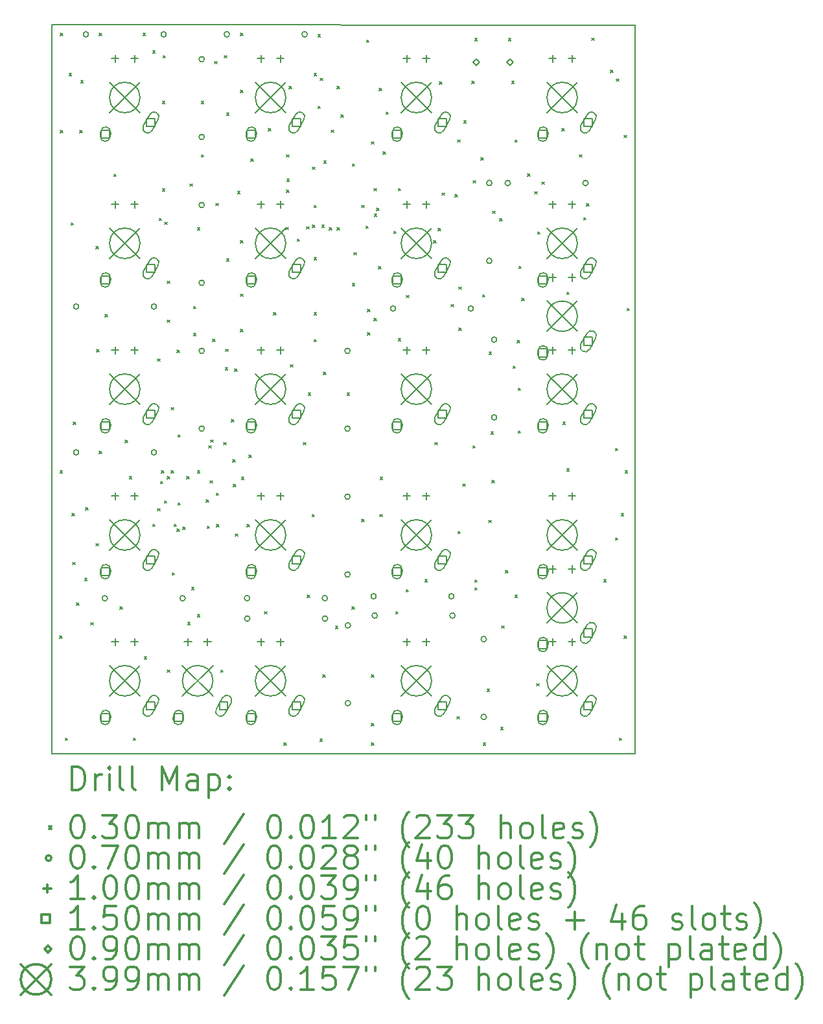
<source format=gbr>
%FSLAX45Y45*%
G04 Gerber Fmt 4.5, Leading zero omitted, Abs format (unit mm)*
G04 Created by KiCad (PCBNEW 4.0.2-stable) date Thursday, July 28, 2016 'PMt' 07:51:59 PM*
%MOMM*%
G01*
G04 APERTURE LIST*
%ADD10C,0.127000*%
%ADD11C,0.150000*%
%ADD12C,0.200000*%
%ADD13C,0.300000*%
G04 APERTURE END LIST*
D10*
D11*
X10477500Y-1910000D02*
X2857500Y-1905000D01*
X10477500Y-11430000D02*
X10477500Y-1905000D01*
X2857500Y-11430000D02*
X10477500Y-11430000D01*
X2857500Y-1905000D02*
X2857500Y-11430000D01*
D12*
X2962910Y-9890760D02*
X2993390Y-9921240D01*
X2993390Y-9890760D02*
X2962910Y-9921240D01*
X2965836Y-7731760D02*
X2996316Y-7762240D01*
X2996316Y-7731760D02*
X2965836Y-7762240D01*
X2969260Y-2016760D02*
X2999740Y-2047240D01*
X2999740Y-2016760D02*
X2969260Y-2047240D01*
X2969260Y-3286760D02*
X2999740Y-3317240D01*
X2999740Y-3286760D02*
X2969260Y-3317240D01*
X3032760Y-11224260D02*
X3063240Y-11254740D01*
X3063240Y-11224260D02*
X3032760Y-11254740D01*
X3084760Y-2544760D02*
X3115240Y-2575240D01*
X3115240Y-2544760D02*
X3084760Y-2575240D01*
X3108960Y-4493260D02*
X3139440Y-4523740D01*
X3139440Y-4493260D02*
X3108960Y-4523740D01*
X3121660Y-8290560D02*
X3152140Y-8321040D01*
X3152140Y-8290560D02*
X3121660Y-8321040D01*
X3128010Y-8931910D02*
X3158490Y-8962390D01*
X3158490Y-8931910D02*
X3128010Y-8962390D01*
X3140710Y-7096760D02*
X3171190Y-7127240D01*
X3171190Y-7096760D02*
X3140710Y-7127240D01*
X3178810Y-9458960D02*
X3209290Y-9489440D01*
X3209290Y-9458960D02*
X3178810Y-9489440D01*
X3223260Y-3286760D02*
X3253740Y-3317240D01*
X3253740Y-3286760D02*
X3223260Y-3317240D01*
X3234760Y-2634760D02*
X3265240Y-2665240D01*
X3265240Y-2634760D02*
X3234760Y-2665240D01*
X3286030Y-9138359D02*
X3316510Y-9168839D01*
X3316510Y-9138359D02*
X3286030Y-9168839D01*
X3301753Y-8212821D02*
X3332233Y-8243301D01*
X3332233Y-8212821D02*
X3301753Y-8243301D01*
X3369310Y-9719310D02*
X3399790Y-9749790D01*
X3399790Y-9719310D02*
X3369310Y-9749790D01*
X3432810Y-4804410D02*
X3463290Y-4834890D01*
X3463290Y-4804410D02*
X3432810Y-4834890D01*
X3432810Y-8684260D02*
X3463290Y-8714740D01*
X3463290Y-8684260D02*
X3432810Y-8714740D01*
X3445510Y-6150610D02*
X3475990Y-6181090D01*
X3475990Y-6150610D02*
X3445510Y-6181090D01*
X3477260Y-2016760D02*
X3507740Y-2047240D01*
X3507740Y-2016760D02*
X3477260Y-2047240D01*
X3477260Y-7477760D02*
X3507740Y-7508240D01*
X3507740Y-7477760D02*
X3477260Y-7508240D01*
X3553460Y-5693410D02*
X3583940Y-5723890D01*
X3583940Y-5693410D02*
X3553460Y-5723890D01*
X3667760Y-3858260D02*
X3698240Y-3888740D01*
X3698240Y-3858260D02*
X3667760Y-3888740D01*
X3750310Y-9509760D02*
X3780790Y-9540240D01*
X3780790Y-9509760D02*
X3750310Y-9540240D01*
X3817598Y-7334760D02*
X3848078Y-7365240D01*
X3848078Y-7334760D02*
X3817598Y-7365240D01*
X3870960Y-7807960D02*
X3901440Y-7838440D01*
X3901440Y-7807960D02*
X3870960Y-7838440D01*
X3921760Y-11224260D02*
X3952240Y-11254740D01*
X3952240Y-11224260D02*
X3921760Y-11254740D01*
X4048760Y-2016760D02*
X4079240Y-2047240D01*
X4079240Y-2016760D02*
X4048760Y-2047240D01*
X4064760Y-10164760D02*
X4095240Y-10195240D01*
X4095240Y-10164760D02*
X4064760Y-10195240D01*
X4175760Y-2245360D02*
X4206240Y-2275840D01*
X4206240Y-2245360D02*
X4175760Y-2275840D01*
X4175760Y-8430260D02*
X4206240Y-8460740D01*
X4206240Y-8430260D02*
X4175760Y-8460740D01*
X4239260Y-6271260D02*
X4269740Y-6301740D01*
X4269740Y-6271260D02*
X4239260Y-6301740D01*
X4239260Y-8227060D02*
X4269740Y-8257540D01*
X4269740Y-8227060D02*
X4239260Y-8257540D01*
X4259760Y-4434760D02*
X4290240Y-4465240D01*
X4290240Y-4434760D02*
X4259760Y-4465240D01*
X4277360Y-7871460D02*
X4307840Y-7901940D01*
X4307840Y-7871460D02*
X4277360Y-7901940D01*
X4290060Y-7731760D02*
X4320540Y-7762240D01*
X4320540Y-7731760D02*
X4290060Y-7762240D01*
X4302760Y-2905760D02*
X4333240Y-2936240D01*
X4333240Y-2905760D02*
X4302760Y-2936240D01*
X4302760Y-4048760D02*
X4333240Y-4079240D01*
X4333240Y-4048760D02*
X4302760Y-4079240D01*
X4309760Y-2309760D02*
X4340240Y-2340240D01*
X4340240Y-2309760D02*
X4309760Y-2340240D01*
X4328160Y-8125460D02*
X4358640Y-8155940D01*
X4358640Y-8125460D02*
X4328160Y-8155940D01*
X4334760Y-4484760D02*
X4365240Y-4515240D01*
X4365240Y-4484760D02*
X4334760Y-4515240D01*
X4366260Y-5255260D02*
X4396740Y-5285740D01*
X4396740Y-5255260D02*
X4366260Y-5285740D01*
X4366260Y-5763260D02*
X4396740Y-5793740D01*
X4396740Y-5763260D02*
X4366260Y-5793740D01*
X4366260Y-7807960D02*
X4396740Y-7838440D01*
X4396740Y-7807960D02*
X4366260Y-7838440D01*
X4366260Y-10335260D02*
X4396740Y-10365740D01*
X4396740Y-10335260D02*
X4366260Y-10365740D01*
X4417060Y-6906260D02*
X4447540Y-6936740D01*
X4447540Y-6906260D02*
X4417060Y-6936740D01*
X4417060Y-7731760D02*
X4447540Y-7762240D01*
X4447540Y-7731760D02*
X4417060Y-7762240D01*
X4429760Y-9065260D02*
X4460240Y-9095740D01*
X4460240Y-9065260D02*
X4429760Y-9095740D01*
X4455160Y-8430260D02*
X4485640Y-8460740D01*
X4485640Y-8430260D02*
X4455160Y-8460740D01*
X4493260Y-6156960D02*
X4523740Y-6187440D01*
X4523740Y-6156960D02*
X4493260Y-6187440D01*
X4493260Y-8493760D02*
X4523740Y-8524240D01*
X4523740Y-8493760D02*
X4493260Y-8524240D01*
X4505960Y-7261860D02*
X4536440Y-7292340D01*
X4536440Y-7261860D02*
X4505960Y-7292340D01*
X4505960Y-8150860D02*
X4536440Y-8181340D01*
X4536440Y-8150860D02*
X4505960Y-8181340D01*
X4569460Y-8468360D02*
X4599940Y-8498840D01*
X4599940Y-8468360D02*
X4569460Y-8498840D01*
X4620260Y-7807960D02*
X4650740Y-7838440D01*
X4650740Y-7807960D02*
X4620260Y-7838440D01*
X4632960Y-9712960D02*
X4663440Y-9743440D01*
X4663440Y-9712960D02*
X4632960Y-9743440D01*
X4664760Y-3984760D02*
X4695240Y-4015240D01*
X4695240Y-3984760D02*
X4664760Y-4015240D01*
X4683760Y-9255760D02*
X4714240Y-9286240D01*
X4714240Y-9255760D02*
X4683760Y-9286240D01*
X4708370Y-5938926D02*
X4738850Y-5969406D01*
X4738850Y-5938926D02*
X4708370Y-5969406D01*
X4709760Y-5584760D02*
X4740240Y-5615240D01*
X4740240Y-5584760D02*
X4709760Y-5615240D01*
X4759760Y-4559760D02*
X4790240Y-4590240D01*
X4790240Y-4559760D02*
X4759760Y-4590240D01*
X4759760Y-7734760D02*
X4790240Y-7765240D01*
X4790240Y-7734760D02*
X4759760Y-7765240D01*
X4759960Y-9611360D02*
X4790440Y-9641840D01*
X4790440Y-9611360D02*
X4759960Y-9641840D01*
X4810760Y-2905760D02*
X4841240Y-2936240D01*
X4841240Y-2905760D02*
X4810760Y-2936240D01*
X4810760Y-3604260D02*
X4841240Y-3634740D01*
X4841240Y-3604260D02*
X4810760Y-3634740D01*
X4874260Y-8112760D02*
X4904740Y-8143240D01*
X4904740Y-8112760D02*
X4874260Y-8143240D01*
X4886960Y-8455660D02*
X4917440Y-8486140D01*
X4917440Y-8455660D02*
X4886960Y-8486140D01*
X4909760Y-7407484D02*
X4940240Y-7437964D01*
X4940240Y-7407484D02*
X4909760Y-7437964D01*
X4924760Y-7864760D02*
X4955240Y-7895240D01*
X4955240Y-7864760D02*
X4924760Y-7895240D01*
X4935758Y-7331814D02*
X4966238Y-7362294D01*
X4966238Y-7331814D02*
X4935758Y-7362294D01*
X4959760Y-6012510D02*
X4990240Y-6042990D01*
X4990240Y-6012510D02*
X4959760Y-6042990D01*
X4984760Y-2384760D02*
X5015240Y-2415240D01*
X5015240Y-2384760D02*
X4984760Y-2415240D01*
X5001260Y-4239260D02*
X5031740Y-4269740D01*
X5031740Y-4239260D02*
X5001260Y-4269740D01*
X5004760Y-8024760D02*
X5035240Y-8055240D01*
X5035240Y-8024760D02*
X5004760Y-8055240D01*
X5009760Y-8434760D02*
X5040240Y-8465240D01*
X5040240Y-8434760D02*
X5009760Y-8465240D01*
X5064760Y-10335260D02*
X5095240Y-10365740D01*
X5095240Y-10335260D02*
X5064760Y-10365740D01*
X5104760Y-7363033D02*
X5135240Y-7393513D01*
X5135240Y-7363033D02*
X5104760Y-7393513D01*
X5109760Y-2309760D02*
X5140240Y-2340240D01*
X5140240Y-2309760D02*
X5109760Y-2340240D01*
X5124760Y-6384760D02*
X5155240Y-6415240D01*
X5155240Y-6384760D02*
X5124760Y-6415240D01*
X5128260Y-6144260D02*
X5158740Y-6174740D01*
X5158740Y-6144260D02*
X5128260Y-6174740D01*
X5140960Y-3058160D02*
X5171440Y-3088640D01*
X5171440Y-3058160D02*
X5140960Y-3088640D01*
X5140960Y-4963160D02*
X5171440Y-4993640D01*
X5171440Y-4963160D02*
X5140960Y-4993640D01*
X5204760Y-7064760D02*
X5235240Y-7095240D01*
X5235240Y-7064760D02*
X5204760Y-7095240D01*
X5219125Y-7590730D02*
X5249605Y-7621210D01*
X5249605Y-7590730D02*
X5219125Y-7621210D01*
X5229860Y-7909560D02*
X5260340Y-7940040D01*
X5260340Y-7909560D02*
X5229860Y-7940040D01*
X5244760Y-6404760D02*
X5275240Y-6435240D01*
X5275240Y-6404760D02*
X5244760Y-6435240D01*
X5255260Y-8557260D02*
X5285740Y-8587740D01*
X5285740Y-8557260D02*
X5255260Y-8587740D01*
X5284760Y-4084760D02*
X5315240Y-4115240D01*
X5315240Y-4084760D02*
X5284760Y-4115240D01*
X5324760Y-2016760D02*
X5355240Y-2047240D01*
X5355240Y-2016760D02*
X5324760Y-2047240D01*
X5324760Y-2764760D02*
X5355240Y-2795240D01*
X5355240Y-2764760D02*
X5324760Y-2795240D01*
X5324760Y-4724760D02*
X5355240Y-4755240D01*
X5355240Y-4724760D02*
X5324760Y-4755240D01*
X5324760Y-5424760D02*
X5355240Y-5455240D01*
X5355240Y-5424760D02*
X5324760Y-5455240D01*
X5324760Y-5884760D02*
X5355240Y-5915240D01*
X5355240Y-5884760D02*
X5324760Y-5915240D01*
X5334348Y-7817232D02*
X5364828Y-7847712D01*
X5364828Y-7817232D02*
X5334348Y-7847712D01*
X5409760Y-8434760D02*
X5440240Y-8465240D01*
X5440240Y-8434760D02*
X5409760Y-8465240D01*
X5433060Y-7528560D02*
X5463540Y-7559040D01*
X5463540Y-7528560D02*
X5433060Y-7559040D01*
X5459760Y-3659760D02*
X5490240Y-3690240D01*
X5490240Y-3659760D02*
X5459760Y-3690240D01*
X5636260Y-9573260D02*
X5666740Y-9603740D01*
X5666740Y-9573260D02*
X5636260Y-9603740D01*
X5684760Y-3259760D02*
X5715240Y-3290240D01*
X5715240Y-3259760D02*
X5684760Y-3290240D01*
X5756910Y-5664760D02*
X5787390Y-5695240D01*
X5787390Y-5664760D02*
X5756910Y-5695240D01*
X5890260Y-11287760D02*
X5920740Y-11318240D01*
X5920740Y-11287760D02*
X5890260Y-11318240D01*
X5915933Y-4554606D02*
X5946413Y-4585086D01*
X5946413Y-4554606D02*
X5915933Y-4585086D01*
X5924760Y-3604760D02*
X5955240Y-3635240D01*
X5955240Y-3604760D02*
X5924760Y-3635240D01*
X5924760Y-4064760D02*
X5955240Y-4095240D01*
X5955240Y-4064760D02*
X5924760Y-4095240D01*
X5928360Y-3921760D02*
X5958840Y-3952240D01*
X5958840Y-3921760D02*
X5928360Y-3952240D01*
X5959760Y-2709760D02*
X5990240Y-2740240D01*
X5990240Y-2709760D02*
X5959760Y-2740240D01*
X5972489Y-6346739D02*
X6002969Y-6377219D01*
X6002969Y-6346739D02*
X5972489Y-6377219D01*
X6064760Y-4704760D02*
X6095240Y-4735240D01*
X6095240Y-4704760D02*
X6064760Y-4735240D01*
X6144760Y-7363033D02*
X6175240Y-7393513D01*
X6175240Y-7363033D02*
X6144760Y-7393513D01*
X6184760Y-4544760D02*
X6215240Y-4575240D01*
X6215240Y-4544760D02*
X6184760Y-4575240D01*
X6195060Y-9357360D02*
X6225540Y-9387840D01*
X6225540Y-9357360D02*
X6195060Y-9387840D01*
X6207760Y-6715760D02*
X6238240Y-6746240D01*
X6238240Y-6715760D02*
X6207760Y-6746240D01*
X6258560Y-8303260D02*
X6289040Y-8333740D01*
X6289040Y-8303260D02*
X6258560Y-8333740D01*
X6264760Y-3764760D02*
X6295240Y-3795240D01*
X6295240Y-3764760D02*
X6264760Y-3795240D01*
X6264760Y-4524760D02*
X6295240Y-4555240D01*
X6295240Y-4524760D02*
X6264760Y-4555240D01*
X6284760Y-2544760D02*
X6315240Y-2575240D01*
X6315240Y-2544760D02*
X6284760Y-2575240D01*
X6284760Y-4264760D02*
X6315240Y-4295240D01*
X6315240Y-4264760D02*
X6284760Y-4295240D01*
X6284760Y-4944760D02*
X6315240Y-4975240D01*
X6315240Y-4944760D02*
X6284760Y-4975240D01*
X6284760Y-5664760D02*
X6315240Y-5695240D01*
X6315240Y-5664760D02*
X6284760Y-5695240D01*
X6284760Y-6017260D02*
X6315240Y-6047740D01*
X6315240Y-6017260D02*
X6284760Y-6047740D01*
X6334760Y-2034760D02*
X6365240Y-2065240D01*
X6365240Y-2034760D02*
X6334760Y-2065240D01*
X6334760Y-2969260D02*
X6365240Y-2999740D01*
X6365240Y-2969260D02*
X6334760Y-2999740D01*
X6360160Y-11236960D02*
X6390640Y-11267440D01*
X6390640Y-11236960D02*
X6360160Y-11267440D01*
X6364760Y-2604760D02*
X6395240Y-2635240D01*
X6395240Y-2604760D02*
X6364760Y-2635240D01*
X6384760Y-4524760D02*
X6415240Y-4555240D01*
X6415240Y-4524760D02*
X6384760Y-4555240D01*
X6398260Y-10398760D02*
X6428740Y-10429240D01*
X6428740Y-10398760D02*
X6398260Y-10429240D01*
X6404760Y-6444760D02*
X6435240Y-6475240D01*
X6435240Y-6444760D02*
X6404760Y-6475240D01*
X6409760Y-3684760D02*
X6440240Y-3715240D01*
X6440240Y-3684760D02*
X6409760Y-3715240D01*
X6484760Y-4559760D02*
X6515240Y-4590240D01*
X6515240Y-4559760D02*
X6484760Y-4590240D01*
X6509760Y-3284760D02*
X6540240Y-3315240D01*
X6540240Y-3284760D02*
X6509760Y-3315240D01*
X6564760Y-9764760D02*
X6595240Y-9795240D01*
X6595240Y-9764760D02*
X6564760Y-9795240D01*
X6584760Y-2709760D02*
X6615240Y-2740240D01*
X6615240Y-2709760D02*
X6584760Y-2740240D01*
X6584760Y-4559760D02*
X6615240Y-4590240D01*
X6615240Y-4559760D02*
X6584760Y-4590240D01*
X6634760Y-3084760D02*
X6665240Y-3115240D01*
X6665240Y-3084760D02*
X6634760Y-3115240D01*
X6715760Y-6715760D02*
X6746240Y-6746240D01*
X6746240Y-6715760D02*
X6715760Y-6746240D01*
X6779260Y-9509760D02*
X6809740Y-9540240D01*
X6809740Y-9509760D02*
X6779260Y-9540240D01*
X6784760Y-3724760D02*
X6815240Y-3755240D01*
X6815240Y-3724760D02*
X6784760Y-3755240D01*
X6784760Y-5284760D02*
X6815240Y-5315240D01*
X6815240Y-5284760D02*
X6784760Y-5315240D01*
X6804760Y-4884760D02*
X6835240Y-4915240D01*
X6835240Y-4884760D02*
X6804760Y-4915240D01*
X6904760Y-4264760D02*
X6935240Y-4295240D01*
X6935240Y-4264760D02*
X6904760Y-4295240D01*
X6906260Y-8366760D02*
X6936740Y-8397240D01*
X6936740Y-8366760D02*
X6906260Y-8397240D01*
X6959760Y-4534760D02*
X6990240Y-4565240D01*
X6990240Y-4534760D02*
X6959760Y-4565240D01*
X6969760Y-2105660D02*
X7000240Y-2136140D01*
X7000240Y-2105660D02*
X6969760Y-2136140D01*
X6982460Y-5928360D02*
X7012940Y-5958840D01*
X7012940Y-5928360D02*
X6982460Y-5958840D01*
X6984760Y-5624760D02*
X7015240Y-5655240D01*
X7015240Y-5624760D02*
X6984760Y-5655240D01*
X7033260Y-10398760D02*
X7063740Y-10429240D01*
X7063740Y-10398760D02*
X7033260Y-10429240D01*
X7033260Y-11033760D02*
X7063740Y-11064240D01*
X7063740Y-11033760D02*
X7033260Y-11064240D01*
X7033260Y-11287760D02*
X7063740Y-11318240D01*
X7063740Y-11287760D02*
X7033260Y-11318240D01*
X7034760Y-3434760D02*
X7065240Y-3465240D01*
X7065240Y-3434760D02*
X7034760Y-3465240D01*
X7064760Y-4044760D02*
X7095240Y-4075240D01*
X7095240Y-4044760D02*
X7064760Y-4075240D01*
X7064760Y-5744760D02*
X7095240Y-5775240D01*
X7095240Y-5744760D02*
X7064760Y-5775240D01*
X7071360Y-4378960D02*
X7101840Y-4409440D01*
X7101840Y-4378960D02*
X7071360Y-4409440D01*
X7099387Y-4304020D02*
X7129867Y-4334500D01*
X7129867Y-4304020D02*
X7099387Y-4334500D01*
X7124760Y-5064760D02*
X7155240Y-5095240D01*
X7155240Y-5064760D02*
X7124760Y-5095240D01*
X7134760Y-2734760D02*
X7165240Y-2765240D01*
X7165240Y-2734760D02*
X7134760Y-2765240D01*
X7144760Y-8304760D02*
X7175240Y-8335240D01*
X7175240Y-8304760D02*
X7144760Y-8335240D01*
X7146286Y-7817232D02*
X7176766Y-7847712D01*
X7176766Y-7817232D02*
X7146286Y-7847712D01*
X7184760Y-3564760D02*
X7215240Y-3595240D01*
X7215240Y-3564760D02*
X7184760Y-3595240D01*
X7224760Y-3044760D02*
X7255240Y-3075240D01*
X7255240Y-3044760D02*
X7224760Y-3075240D01*
X7324760Y-4604760D02*
X7355240Y-4635240D01*
X7355240Y-4604760D02*
X7324760Y-4635240D01*
X7350760Y-9573260D02*
X7381240Y-9603740D01*
X7381240Y-9573260D02*
X7350760Y-9603740D01*
X7384760Y-4044760D02*
X7415240Y-4075240D01*
X7415240Y-4044760D02*
X7384760Y-4075240D01*
X7384760Y-6004560D02*
X7415240Y-6035040D01*
X7415240Y-6004560D02*
X7384760Y-6035040D01*
X7484760Y-9284760D02*
X7515240Y-9315240D01*
X7515240Y-9284760D02*
X7484760Y-9315240D01*
X7492293Y-5442293D02*
X7522773Y-5472773D01*
X7522773Y-5442293D02*
X7492293Y-5472773D01*
X7733036Y-9157200D02*
X7763516Y-9187680D01*
X7763516Y-9157200D02*
X7733036Y-9187680D01*
X7844760Y-4724760D02*
X7875240Y-4755240D01*
X7875240Y-4724760D02*
X7844760Y-4755240D01*
X7863510Y-7363033D02*
X7893990Y-7393513D01*
X7893990Y-7363033D02*
X7863510Y-7393513D01*
X7904760Y-4564760D02*
X7935240Y-4595240D01*
X7935240Y-4564760D02*
X7904760Y-4595240D01*
X7922260Y-2651760D02*
X7952740Y-2682240D01*
X7952740Y-2651760D02*
X7922260Y-2682240D01*
X7956033Y-4105871D02*
X7986513Y-4136351D01*
X7986513Y-4105871D02*
X7956033Y-4136351D01*
X8074660Y-5560060D02*
X8105140Y-5590540D01*
X8105140Y-5560060D02*
X8074660Y-5590540D01*
X8124760Y-4124760D02*
X8155240Y-4155240D01*
X8155240Y-4124760D02*
X8124760Y-4155240D01*
X8150860Y-10944860D02*
X8181340Y-10975340D01*
X8181340Y-10944860D02*
X8150860Y-10975340D01*
X8159760Y-3409760D02*
X8190240Y-3440240D01*
X8190240Y-3409760D02*
X8159760Y-3440240D01*
X8163560Y-8525510D02*
X8194040Y-8555990D01*
X8194040Y-8525510D02*
X8163560Y-8555990D01*
X8176260Y-5331460D02*
X8206740Y-5361940D01*
X8206740Y-5331460D02*
X8176260Y-5361940D01*
X8176260Y-5871210D02*
X8206740Y-5901690D01*
X8206740Y-5871210D02*
X8176260Y-5901690D01*
X8224760Y-7904760D02*
X8255240Y-7935240D01*
X8255240Y-7904760D02*
X8224760Y-7935240D01*
X8239760Y-3159760D02*
X8270240Y-3190240D01*
X8270240Y-3159760D02*
X8239760Y-3190240D01*
X8344760Y-2644760D02*
X8375240Y-2675240D01*
X8375240Y-2644760D02*
X8344760Y-2675240D01*
X8359760Y-7407484D02*
X8390240Y-7437964D01*
X8390240Y-7407484D02*
X8359760Y-7437964D01*
X8364760Y-3944760D02*
X8395240Y-3975240D01*
X8395240Y-3944760D02*
X8364760Y-3975240D01*
X8384760Y-2084760D02*
X8415240Y-2115240D01*
X8415240Y-2084760D02*
X8384760Y-2115240D01*
X8384760Y-9159760D02*
X8415240Y-9190240D01*
X8415240Y-9159760D02*
X8384760Y-9190240D01*
X8384760Y-9259760D02*
X8415240Y-9290240D01*
X8415240Y-9259760D02*
X8384760Y-9290240D01*
X8464760Y-3644760D02*
X8495240Y-3675240D01*
X8495240Y-3644760D02*
X8464760Y-3675240D01*
X8484760Y-5434760D02*
X8515240Y-5465240D01*
X8515240Y-5434760D02*
X8484760Y-5465240D01*
X8493760Y-11287760D02*
X8524240Y-11318240D01*
X8524240Y-11287760D02*
X8493760Y-11318240D01*
X8544760Y-10584760D02*
X8575240Y-10615240D01*
X8575240Y-10584760D02*
X8544760Y-10615240D01*
X8564760Y-8379360D02*
X8595240Y-8409840D01*
X8595240Y-8379360D02*
X8564760Y-8409840D01*
X8570160Y-6184760D02*
X8600640Y-6215240D01*
X8600640Y-6184760D02*
X8570160Y-6215240D01*
X8595360Y-7223760D02*
X8625840Y-7254240D01*
X8625840Y-7223760D02*
X8595360Y-7254240D01*
X8608060Y-7858760D02*
X8638540Y-7889240D01*
X8638540Y-7858760D02*
X8608060Y-7889240D01*
X8614661Y-4341842D02*
X8645141Y-4372322D01*
X8645141Y-4341842D02*
X8614661Y-4372322D01*
X8709760Y-4441190D02*
X8740240Y-4471670D01*
X8740240Y-4441190D02*
X8709760Y-4471670D01*
X8722360Y-11084560D02*
X8752840Y-11115040D01*
X8752840Y-11084560D02*
X8722360Y-11115040D01*
X8736990Y-9759760D02*
X8767470Y-9790240D01*
X8767470Y-9759760D02*
X8736990Y-9790240D01*
X8784760Y-9034760D02*
X8815240Y-9065240D01*
X8815240Y-9034760D02*
X8784760Y-9065240D01*
X8824760Y-2084760D02*
X8855240Y-2115240D01*
X8855240Y-2084760D02*
X8824760Y-2115240D01*
X8864760Y-2644760D02*
X8895240Y-2675240D01*
X8895240Y-2644760D02*
X8864760Y-2675240D01*
X8884760Y-6364760D02*
X8915240Y-6395240D01*
X8915240Y-6364760D02*
X8884760Y-6395240D01*
X8909760Y-3409760D02*
X8940240Y-3440240D01*
X8940240Y-3409760D02*
X8909760Y-3440240D01*
X8909760Y-9359760D02*
X8940240Y-9390240D01*
X8940240Y-9359760D02*
X8909760Y-9390240D01*
X8938260Y-6029960D02*
X8968740Y-6060440D01*
X8968740Y-6029960D02*
X8938260Y-6060440D01*
X8950960Y-6652260D02*
X8981440Y-6682740D01*
X8981440Y-6652260D02*
X8950960Y-6682740D01*
X8950960Y-7211060D02*
X8981440Y-7241540D01*
X8981440Y-7211060D02*
X8950960Y-7241540D01*
X8959760Y-5059760D02*
X8990240Y-5090240D01*
X8990240Y-5059760D02*
X8959760Y-5090240D01*
X8997238Y-5478550D02*
X9027718Y-5509030D01*
X9027718Y-5478550D02*
X8997238Y-5509030D01*
X9075687Y-3852433D02*
X9106167Y-3882913D01*
X9106167Y-3852433D02*
X9075687Y-3882913D01*
X9166860Y-4086860D02*
X9197340Y-4117340D01*
X9197340Y-4086860D02*
X9166860Y-4117340D01*
X9192260Y-10513060D02*
X9222740Y-10543540D01*
X9222740Y-10513060D02*
X9192260Y-10543540D01*
X9204960Y-4613910D02*
X9235440Y-4644390D01*
X9235440Y-4613910D02*
X9204960Y-4644390D01*
X9259760Y-3959760D02*
X9290240Y-3990240D01*
X9290240Y-3959760D02*
X9259760Y-3990240D01*
X9522460Y-3261360D02*
X9552940Y-3291840D01*
X9552940Y-3261360D02*
X9522460Y-3291840D01*
X9535160Y-7096760D02*
X9565640Y-7127240D01*
X9565640Y-7096760D02*
X9535160Y-7127240D01*
X9585960Y-5401310D02*
X9616440Y-5431790D01*
X9616440Y-5401310D02*
X9585960Y-5431790D01*
X9585960Y-7706360D02*
X9616440Y-7736840D01*
X9616440Y-7706360D02*
X9585960Y-7736840D01*
X9751060Y-3604260D02*
X9781540Y-3634740D01*
X9781540Y-3604260D02*
X9751060Y-3634740D01*
X9804760Y-4424760D02*
X9835240Y-4455240D01*
X9835240Y-4424760D02*
X9804760Y-4455240D01*
X9846310Y-4245610D02*
X9876790Y-4276090D01*
X9876790Y-4245610D02*
X9846310Y-4276090D01*
X9909760Y-2080260D02*
X9940240Y-2110740D01*
X9940240Y-2080260D02*
X9909760Y-2110740D01*
X10068560Y-9154160D02*
X10099040Y-9184640D01*
X10099040Y-9154160D02*
X10068560Y-9184640D01*
X10157460Y-2499360D02*
X10187940Y-2529840D01*
X10187940Y-2499360D02*
X10157460Y-2529840D01*
X10220960Y-7439660D02*
X10251440Y-7470140D01*
X10251440Y-7439660D02*
X10220960Y-7470140D01*
X10220960Y-8608731D02*
X10251440Y-8639211D01*
X10251440Y-8608731D02*
X10220960Y-8639211D01*
X10233660Y-2613660D02*
X10264140Y-2644140D01*
X10264140Y-2613660D02*
X10233660Y-2644140D01*
X10271760Y-11224260D02*
X10302240Y-11254740D01*
X10302240Y-11224260D02*
X10271760Y-11254740D01*
X10297160Y-8290560D02*
X10327640Y-8321040D01*
X10327640Y-8290560D02*
X10297160Y-8321040D01*
X10335260Y-3350260D02*
X10365740Y-3380740D01*
X10365740Y-3350260D02*
X10335260Y-3380740D01*
X10335260Y-9890760D02*
X10365740Y-9921240D01*
X10365740Y-9890760D02*
X10335260Y-9921240D01*
X10347960Y-7731760D02*
X10378440Y-7762240D01*
X10378440Y-7731760D02*
X10347960Y-7762240D01*
X10373360Y-5610860D02*
X10403840Y-5641340D01*
X10403840Y-5610860D02*
X10373360Y-5641340D01*
X3210052Y-5588000D02*
G75*
G03X3210052Y-5588000I-35052J0D01*
G01*
X3210052Y-7493000D02*
G75*
G03X3210052Y-7493000I-35052J0D01*
G01*
X3337052Y-2032000D02*
G75*
G03X3337052Y-2032000I-35052J0D01*
G01*
X3584702Y-9400000D02*
G75*
G03X3584702Y-9400000I-35052J0D01*
G01*
X4226052Y-5588000D02*
G75*
G03X4226052Y-5588000I-35052J0D01*
G01*
X4226052Y-7493000D02*
G75*
G03X4226052Y-7493000I-35052J0D01*
G01*
X4353052Y-2032000D02*
G75*
G03X4353052Y-2032000I-35052J0D01*
G01*
X4600702Y-9400000D02*
G75*
G03X4600702Y-9400000I-35052J0D01*
G01*
X4850306Y-2357552D02*
G75*
G03X4850306Y-2357552I-35052J0D01*
G01*
X4850306Y-3373552D02*
G75*
G03X4850306Y-3373552I-35052J0D01*
G01*
X4850306Y-4262552D02*
G75*
G03X4850306Y-4262552I-35052J0D01*
G01*
X4850306Y-5278552D02*
G75*
G03X4850306Y-5278552I-35052J0D01*
G01*
X4850306Y-6167552D02*
G75*
G03X4850306Y-6167552I-35052J0D01*
G01*
X4850306Y-7183552D02*
G75*
G03X4850306Y-7183552I-35052J0D01*
G01*
X5178552Y-2032000D02*
G75*
G03X5178552Y-2032000I-35052J0D01*
G01*
X5444000Y-9398000D02*
G75*
G03X5444000Y-9398000I-35052J0D01*
G01*
X5445252Y-9664700D02*
G75*
G03X5445252Y-9664700I-35052J0D01*
G01*
X6194552Y-2032000D02*
G75*
G03X6194552Y-2032000I-35052J0D01*
G01*
X6460000Y-9398000D02*
G75*
G03X6460000Y-9398000I-35052J0D01*
G01*
X6461252Y-9664700D02*
G75*
G03X6461252Y-9664700I-35052J0D01*
G01*
X6755306Y-6167552D02*
G75*
G03X6755306Y-6167552I-35052J0D01*
G01*
X6755306Y-7183552D02*
G75*
G03X6755306Y-7183552I-35052J0D01*
G01*
X6755306Y-8072552D02*
G75*
G03X6755306Y-8072552I-35052J0D01*
G01*
X6755306Y-9088552D02*
G75*
G03X6755306Y-9088552I-35052J0D01*
G01*
X6760052Y-9753600D02*
G75*
G03X6760052Y-9753600I-35052J0D01*
G01*
X6760052Y-10769600D02*
G75*
G03X6760052Y-10769600I-35052J0D01*
G01*
X7096252Y-9372600D02*
G75*
G03X7096252Y-9372600I-35052J0D01*
G01*
X7110052Y-9625000D02*
G75*
G03X7110052Y-9625000I-35052J0D01*
G01*
X7350252Y-5613400D02*
G75*
G03X7350252Y-5613400I-35052J0D01*
G01*
X8112252Y-9372600D02*
G75*
G03X8112252Y-9372600I-35052J0D01*
G01*
X8126052Y-9625000D02*
G75*
G03X8126052Y-9625000I-35052J0D01*
G01*
X8366252Y-5613400D02*
G75*
G03X8366252Y-5613400I-35052J0D01*
G01*
X8535306Y-9934000D02*
G75*
G03X8535306Y-9934000I-35052J0D01*
G01*
X8535306Y-10950000D02*
G75*
G03X8535306Y-10950000I-35052J0D01*
G01*
X8607552Y-3975000D02*
G75*
G03X8607552Y-3975000I-35052J0D01*
G01*
X8607552Y-4991000D02*
G75*
G03X8607552Y-4991000I-35052J0D01*
G01*
X8671052Y-6019800D02*
G75*
G03X8671052Y-6019800I-35052J0D01*
G01*
X8671052Y-7035800D02*
G75*
G03X8671052Y-7035800I-35052J0D01*
G01*
X8848852Y-3975000D02*
G75*
G03X8848852Y-3975000I-35052J0D01*
G01*
X9864852Y-3975000D02*
G75*
G03X9864852Y-3975000I-35052J0D01*
G01*
X3683000Y-2299500D02*
X3683000Y-2399500D01*
X3633000Y-2349500D02*
X3733000Y-2349500D01*
X3683000Y-4204500D02*
X3683000Y-4304500D01*
X3633000Y-4254500D02*
X3733000Y-4254500D01*
X3683000Y-6109500D02*
X3683000Y-6209500D01*
X3633000Y-6159500D02*
X3733000Y-6159500D01*
X3683000Y-8014500D02*
X3683000Y-8114500D01*
X3633000Y-8064500D02*
X3733000Y-8064500D01*
X3683000Y-9919500D02*
X3683000Y-10019500D01*
X3633000Y-9969500D02*
X3733000Y-9969500D01*
X3937000Y-2299500D02*
X3937000Y-2399500D01*
X3887000Y-2349500D02*
X3987000Y-2349500D01*
X3937000Y-4204500D02*
X3937000Y-4304500D01*
X3887000Y-4254500D02*
X3987000Y-4254500D01*
X3937000Y-6109500D02*
X3937000Y-6209500D01*
X3887000Y-6159500D02*
X3987000Y-6159500D01*
X3937000Y-8014500D02*
X3937000Y-8114500D01*
X3887000Y-8064500D02*
X3987000Y-8064500D01*
X3937000Y-9919500D02*
X3937000Y-10019500D01*
X3887000Y-9969500D02*
X3987000Y-9969500D01*
X4635500Y-9919500D02*
X4635500Y-10019500D01*
X4585500Y-9969500D02*
X4685500Y-9969500D01*
X4889500Y-9919500D02*
X4889500Y-10019500D01*
X4839500Y-9969500D02*
X4939500Y-9969500D01*
X5588000Y-2299500D02*
X5588000Y-2399500D01*
X5538000Y-2349500D02*
X5638000Y-2349500D01*
X5588000Y-4204500D02*
X5588000Y-4304500D01*
X5538000Y-4254500D02*
X5638000Y-4254500D01*
X5588000Y-6109500D02*
X5588000Y-6209500D01*
X5538000Y-6159500D02*
X5638000Y-6159500D01*
X5588000Y-8014500D02*
X5588000Y-8114500D01*
X5538000Y-8064500D02*
X5638000Y-8064500D01*
X5588000Y-9919500D02*
X5588000Y-10019500D01*
X5538000Y-9969500D02*
X5638000Y-9969500D01*
X5842000Y-2299500D02*
X5842000Y-2399500D01*
X5792000Y-2349500D02*
X5892000Y-2349500D01*
X5842000Y-4204500D02*
X5842000Y-4304500D01*
X5792000Y-4254500D02*
X5892000Y-4254500D01*
X5842000Y-6109500D02*
X5842000Y-6209500D01*
X5792000Y-6159500D02*
X5892000Y-6159500D01*
X5842000Y-8014500D02*
X5842000Y-8114500D01*
X5792000Y-8064500D02*
X5892000Y-8064500D01*
X5842000Y-9919500D02*
X5842000Y-10019500D01*
X5792000Y-9969500D02*
X5892000Y-9969500D01*
X7493000Y-2299500D02*
X7493000Y-2399500D01*
X7443000Y-2349500D02*
X7543000Y-2349500D01*
X7493000Y-4204500D02*
X7493000Y-4304500D01*
X7443000Y-4254500D02*
X7543000Y-4254500D01*
X7493000Y-6109500D02*
X7493000Y-6209500D01*
X7443000Y-6159500D02*
X7543000Y-6159500D01*
X7493000Y-8014500D02*
X7493000Y-8114500D01*
X7443000Y-8064500D02*
X7543000Y-8064500D01*
X7493000Y-9919500D02*
X7493000Y-10019500D01*
X7443000Y-9969500D02*
X7543000Y-9969500D01*
X7747000Y-2299500D02*
X7747000Y-2399500D01*
X7697000Y-2349500D02*
X7797000Y-2349500D01*
X7747000Y-4204500D02*
X7747000Y-4304500D01*
X7697000Y-4254500D02*
X7797000Y-4254500D01*
X7747000Y-6109500D02*
X7747000Y-6209500D01*
X7697000Y-6159500D02*
X7797000Y-6159500D01*
X7747000Y-8014500D02*
X7747000Y-8114500D01*
X7697000Y-8064500D02*
X7797000Y-8064500D01*
X7747000Y-9919500D02*
X7747000Y-10019500D01*
X7697000Y-9969500D02*
X7797000Y-9969500D01*
X9398000Y-2299500D02*
X9398000Y-2399500D01*
X9348000Y-2349500D02*
X9448000Y-2349500D01*
X9398000Y-4204500D02*
X9398000Y-4304500D01*
X9348000Y-4254500D02*
X9448000Y-4254500D01*
X9398000Y-5157000D02*
X9398000Y-5257000D01*
X9348000Y-5207000D02*
X9448000Y-5207000D01*
X9398000Y-6109500D02*
X9398000Y-6209500D01*
X9348000Y-6159500D02*
X9448000Y-6159500D01*
X9398000Y-8014500D02*
X9398000Y-8114500D01*
X9348000Y-8064500D02*
X9448000Y-8064500D01*
X9398000Y-8967000D02*
X9398000Y-9067000D01*
X9348000Y-9017000D02*
X9448000Y-9017000D01*
X9398000Y-9919500D02*
X9398000Y-10019500D01*
X9348000Y-9969500D02*
X9448000Y-9969500D01*
X9652000Y-2299500D02*
X9652000Y-2399500D01*
X9602000Y-2349500D02*
X9702000Y-2349500D01*
X9652000Y-4204500D02*
X9652000Y-4304500D01*
X9602000Y-4254500D02*
X9702000Y-4254500D01*
X9652000Y-5157000D02*
X9652000Y-5257000D01*
X9602000Y-5207000D02*
X9702000Y-5207000D01*
X9652000Y-6109500D02*
X9652000Y-6209500D01*
X9602000Y-6159500D02*
X9702000Y-6159500D01*
X9652000Y-8014500D02*
X9652000Y-8114500D01*
X9602000Y-8064500D02*
X9702000Y-8064500D01*
X9652000Y-8967000D02*
X9652000Y-9067000D01*
X9602000Y-9017000D02*
X9702000Y-9017000D01*
X9652000Y-9919500D02*
X9652000Y-10019500D01*
X9602000Y-9969500D02*
X9702000Y-9969500D01*
X3611033Y-3389533D02*
X3611033Y-3283466D01*
X3504966Y-3283466D01*
X3504966Y-3389533D01*
X3611033Y-3389533D01*
X3620877Y-3369854D02*
X3624822Y-3311988D01*
X3491178Y-3361012D02*
X3495123Y-3303146D01*
X3624822Y-3311988D02*
G75*
G03X3495123Y-3303146I-64850J4421D01*
G01*
X3491178Y-3361012D02*
G75*
G03X3620877Y-3369854I64850J-4421D01*
G01*
X3611033Y-5294534D02*
X3611033Y-5188467D01*
X3504966Y-5188467D01*
X3504966Y-5294534D01*
X3611033Y-5294534D01*
X3620877Y-5274854D02*
X3624822Y-5216988D01*
X3491178Y-5266012D02*
X3495123Y-5208146D01*
X3624822Y-5216988D02*
G75*
G03X3495123Y-5208146I-64850J4421D01*
G01*
X3491178Y-5266012D02*
G75*
G03X3620877Y-5274854I64850J-4421D01*
G01*
X3611033Y-7199533D02*
X3611033Y-7093466D01*
X3504966Y-7093466D01*
X3504966Y-7199533D01*
X3611033Y-7199533D01*
X3620877Y-7179854D02*
X3624822Y-7121988D01*
X3491178Y-7171012D02*
X3495123Y-7113146D01*
X3624822Y-7121988D02*
G75*
G03X3495123Y-7113146I-64850J4421D01*
G01*
X3491178Y-7171012D02*
G75*
G03X3620877Y-7179854I64850J-4421D01*
G01*
X3611033Y-9104534D02*
X3611033Y-8998467D01*
X3504966Y-8998467D01*
X3504966Y-9104534D01*
X3611033Y-9104534D01*
X3620877Y-9084854D02*
X3624822Y-9026988D01*
X3491178Y-9076012D02*
X3495123Y-9018146D01*
X3624822Y-9026988D02*
G75*
G03X3495123Y-9018146I-64850J4421D01*
G01*
X3491178Y-9076012D02*
G75*
G03X3620877Y-9084854I64850J-4421D01*
G01*
X3611033Y-11009534D02*
X3611033Y-10903467D01*
X3504966Y-10903467D01*
X3504966Y-11009534D01*
X3611033Y-11009534D01*
X3620877Y-10989854D02*
X3624822Y-10931988D01*
X3491178Y-10981012D02*
X3495123Y-10923146D01*
X3624822Y-10931988D02*
G75*
G03X3495123Y-10923146I-64850J4421D01*
G01*
X3491178Y-10981012D02*
G75*
G03X3620877Y-10989854I64850J-4421D01*
G01*
X4203534Y-3237533D02*
X4203534Y-3131466D01*
X4097466Y-3131466D01*
X4097466Y-3237533D01*
X4203534Y-3237533D01*
X4166777Y-3289058D02*
X4247868Y-3143067D01*
X4053132Y-3225933D02*
X4134223Y-3079942D01*
X4247868Y-3143067D02*
G75*
G03X4134222Y-3079942I-56823J31562D01*
G01*
X4053132Y-3225933D02*
G75*
G03X4166777Y-3289058I56823J-31562D01*
G01*
X4203534Y-5142534D02*
X4203534Y-5036467D01*
X4097466Y-5036467D01*
X4097466Y-5142534D01*
X4203534Y-5142534D01*
X4166777Y-5194058D02*
X4247868Y-5048067D01*
X4053132Y-5130933D02*
X4134223Y-4984942D01*
X4247868Y-5048067D02*
G75*
G03X4134222Y-4984942I-56823J31562D01*
G01*
X4053132Y-5130933D02*
G75*
G03X4166777Y-5194058I56823J-31562D01*
G01*
X4203534Y-7047533D02*
X4203534Y-6941466D01*
X4097466Y-6941466D01*
X4097466Y-7047533D01*
X4203534Y-7047533D01*
X4166777Y-7099058D02*
X4247868Y-6953067D01*
X4053132Y-7035933D02*
X4134223Y-6889942D01*
X4247868Y-6953067D02*
G75*
G03X4134222Y-6889942I-56823J31562D01*
G01*
X4053132Y-7035933D02*
G75*
G03X4166777Y-7099058I56823J-31562D01*
G01*
X4203534Y-8952534D02*
X4203534Y-8846467D01*
X4097466Y-8846467D01*
X4097466Y-8952534D01*
X4203534Y-8952534D01*
X4166777Y-9004058D02*
X4247868Y-8858067D01*
X4053132Y-8940933D02*
X4134223Y-8794942D01*
X4247868Y-8858067D02*
G75*
G03X4134222Y-8794942I-56823J31562D01*
G01*
X4053132Y-8940933D02*
G75*
G03X4166777Y-9004058I56823J-31562D01*
G01*
X4203534Y-10857534D02*
X4203534Y-10751467D01*
X4097466Y-10751467D01*
X4097466Y-10857534D01*
X4203534Y-10857534D01*
X4166777Y-10909058D02*
X4247868Y-10763067D01*
X4053132Y-10845933D02*
X4134223Y-10699942D01*
X4247868Y-10763067D02*
G75*
G03X4134222Y-10699942I-56823J31562D01*
G01*
X4053132Y-10845933D02*
G75*
G03X4166777Y-10909058I56823J-31562D01*
G01*
X4563534Y-11009534D02*
X4563534Y-10903467D01*
X4457467Y-10903467D01*
X4457467Y-11009534D01*
X4563534Y-11009534D01*
X4573377Y-10989854D02*
X4577322Y-10931988D01*
X4443678Y-10981012D02*
X4447623Y-10923146D01*
X4577322Y-10931988D02*
G75*
G03X4447623Y-10923146I-64850J4421D01*
G01*
X4443678Y-10981012D02*
G75*
G03X4573377Y-10989854I64850J-4421D01*
G01*
X5156034Y-10857534D02*
X5156034Y-10751467D01*
X5049967Y-10751467D01*
X5049967Y-10857534D01*
X5156034Y-10857534D01*
X5119277Y-10909058D02*
X5200368Y-10763067D01*
X5005632Y-10845933D02*
X5086723Y-10699942D01*
X5200368Y-10763067D02*
G75*
G03X5086723Y-10699942I-56823J31562D01*
G01*
X5005632Y-10845933D02*
G75*
G03X5119278Y-10909058I56823J-31562D01*
G01*
X5516034Y-3389533D02*
X5516034Y-3283466D01*
X5409967Y-3283466D01*
X5409967Y-3389533D01*
X5516034Y-3389533D01*
X5525877Y-3369854D02*
X5529822Y-3311988D01*
X5396178Y-3361012D02*
X5400123Y-3303146D01*
X5529822Y-3311988D02*
G75*
G03X5400123Y-3303146I-64850J4421D01*
G01*
X5396178Y-3361012D02*
G75*
G03X5525877Y-3369854I64850J-4421D01*
G01*
X5516034Y-5294534D02*
X5516034Y-5188467D01*
X5409967Y-5188467D01*
X5409967Y-5294534D01*
X5516034Y-5294534D01*
X5525877Y-5274854D02*
X5529822Y-5216988D01*
X5396178Y-5266012D02*
X5400123Y-5208146D01*
X5529822Y-5216988D02*
G75*
G03X5400123Y-5208146I-64850J4421D01*
G01*
X5396178Y-5266012D02*
G75*
G03X5525877Y-5274854I64850J-4421D01*
G01*
X5516034Y-7199533D02*
X5516034Y-7093466D01*
X5409967Y-7093466D01*
X5409967Y-7199533D01*
X5516034Y-7199533D01*
X5525877Y-7179854D02*
X5529822Y-7121988D01*
X5396178Y-7171012D02*
X5400123Y-7113146D01*
X5529822Y-7121988D02*
G75*
G03X5400123Y-7113146I-64850J4421D01*
G01*
X5396178Y-7171012D02*
G75*
G03X5525877Y-7179854I64850J-4421D01*
G01*
X5516034Y-9104534D02*
X5516034Y-8998467D01*
X5409967Y-8998467D01*
X5409967Y-9104534D01*
X5516034Y-9104534D01*
X5525877Y-9084854D02*
X5529822Y-9026988D01*
X5396178Y-9076012D02*
X5400123Y-9018146D01*
X5529822Y-9026988D02*
G75*
G03X5400123Y-9018146I-64850J4421D01*
G01*
X5396178Y-9076012D02*
G75*
G03X5525877Y-9084854I64850J-4421D01*
G01*
X5516034Y-11009534D02*
X5516034Y-10903467D01*
X5409967Y-10903467D01*
X5409967Y-11009534D01*
X5516034Y-11009534D01*
X5525877Y-10989854D02*
X5529822Y-10931988D01*
X5396178Y-10981012D02*
X5400123Y-10923146D01*
X5529822Y-10931988D02*
G75*
G03X5400123Y-10923146I-64850J4421D01*
G01*
X5396178Y-10981012D02*
G75*
G03X5525877Y-10989854I64850J-4421D01*
G01*
X6108533Y-3237533D02*
X6108533Y-3131466D01*
X6002466Y-3131466D01*
X6002466Y-3237533D01*
X6108533Y-3237533D01*
X6071777Y-3289058D02*
X6152868Y-3143067D01*
X5958132Y-3225933D02*
X6039223Y-3079942D01*
X6152868Y-3143067D02*
G75*
G03X6039222Y-3079942I-56823J31562D01*
G01*
X5958132Y-3225933D02*
G75*
G03X6071777Y-3289058I56823J-31562D01*
G01*
X6108533Y-5142534D02*
X6108533Y-5036467D01*
X6002466Y-5036467D01*
X6002466Y-5142534D01*
X6108533Y-5142534D01*
X6071777Y-5194058D02*
X6152868Y-5048067D01*
X5958132Y-5130933D02*
X6039223Y-4984942D01*
X6152868Y-5048067D02*
G75*
G03X6039222Y-4984942I-56823J31562D01*
G01*
X5958132Y-5130933D02*
G75*
G03X6071777Y-5194058I56823J-31562D01*
G01*
X6108533Y-7047533D02*
X6108533Y-6941466D01*
X6002466Y-6941466D01*
X6002466Y-7047533D01*
X6108533Y-7047533D01*
X6071777Y-7099058D02*
X6152868Y-6953067D01*
X5958132Y-7035933D02*
X6039223Y-6889942D01*
X6152868Y-6953067D02*
G75*
G03X6039222Y-6889942I-56823J31562D01*
G01*
X5958132Y-7035933D02*
G75*
G03X6071777Y-7099058I56823J-31562D01*
G01*
X6108533Y-8952534D02*
X6108533Y-8846467D01*
X6002466Y-8846467D01*
X6002466Y-8952534D01*
X6108533Y-8952534D01*
X6071777Y-9004058D02*
X6152868Y-8858067D01*
X5958132Y-8940933D02*
X6039223Y-8794942D01*
X6152868Y-8858067D02*
G75*
G03X6039222Y-8794942I-56823J31562D01*
G01*
X5958132Y-8940933D02*
G75*
G03X6071777Y-9004058I56823J-31562D01*
G01*
X6108533Y-10857534D02*
X6108533Y-10751467D01*
X6002466Y-10751467D01*
X6002466Y-10857534D01*
X6108533Y-10857534D01*
X6071777Y-10909058D02*
X6152868Y-10763067D01*
X5958132Y-10845933D02*
X6039223Y-10699942D01*
X6152868Y-10763067D02*
G75*
G03X6039222Y-10699942I-56823J31562D01*
G01*
X5958132Y-10845933D02*
G75*
G03X6071777Y-10909058I56823J-31562D01*
G01*
X7421033Y-3389533D02*
X7421033Y-3283466D01*
X7314966Y-3283466D01*
X7314966Y-3389533D01*
X7421033Y-3389533D01*
X7430877Y-3369854D02*
X7434822Y-3311988D01*
X7301178Y-3361012D02*
X7305123Y-3303146D01*
X7434822Y-3311988D02*
G75*
G03X7305123Y-3303146I-64850J4421D01*
G01*
X7301178Y-3361012D02*
G75*
G03X7430877Y-3369854I64850J-4421D01*
G01*
X7421033Y-5294534D02*
X7421033Y-5188467D01*
X7314966Y-5188467D01*
X7314966Y-5294534D01*
X7421033Y-5294534D01*
X7430877Y-5274854D02*
X7434822Y-5216988D01*
X7301178Y-5266012D02*
X7305123Y-5208146D01*
X7434822Y-5216988D02*
G75*
G03X7305123Y-5208146I-64850J4421D01*
G01*
X7301178Y-5266012D02*
G75*
G03X7430877Y-5274854I64850J-4421D01*
G01*
X7421033Y-7199533D02*
X7421033Y-7093466D01*
X7314966Y-7093466D01*
X7314966Y-7199533D01*
X7421033Y-7199533D01*
X7430877Y-7179854D02*
X7434822Y-7121988D01*
X7301178Y-7171012D02*
X7305123Y-7113146D01*
X7434822Y-7121988D02*
G75*
G03X7305123Y-7113146I-64850J4421D01*
G01*
X7301178Y-7171012D02*
G75*
G03X7430877Y-7179854I64850J-4421D01*
G01*
X7421033Y-9104534D02*
X7421033Y-8998467D01*
X7314966Y-8998467D01*
X7314966Y-9104534D01*
X7421033Y-9104534D01*
X7430877Y-9084854D02*
X7434822Y-9026988D01*
X7301178Y-9076012D02*
X7305123Y-9018146D01*
X7434822Y-9026988D02*
G75*
G03X7305123Y-9018146I-64850J4421D01*
G01*
X7301178Y-9076012D02*
G75*
G03X7430877Y-9084854I64850J-4421D01*
G01*
X7421033Y-11009534D02*
X7421033Y-10903467D01*
X7314966Y-10903467D01*
X7314966Y-11009534D01*
X7421033Y-11009534D01*
X7430877Y-10989854D02*
X7434822Y-10931988D01*
X7301178Y-10981012D02*
X7305123Y-10923146D01*
X7434822Y-10931988D02*
G75*
G03X7305123Y-10923146I-64850J4421D01*
G01*
X7301178Y-10981012D02*
G75*
G03X7430877Y-10989854I64850J-4421D01*
G01*
X8013533Y-3237533D02*
X8013533Y-3131466D01*
X7907466Y-3131466D01*
X7907466Y-3237533D01*
X8013533Y-3237533D01*
X7976777Y-3289058D02*
X8057868Y-3143067D01*
X7863132Y-3225933D02*
X7944223Y-3079942D01*
X8057868Y-3143067D02*
G75*
G03X7944222Y-3079942I-56823J31562D01*
G01*
X7863132Y-3225933D02*
G75*
G03X7976777Y-3289058I56823J-31562D01*
G01*
X8013533Y-5142534D02*
X8013533Y-5036467D01*
X7907466Y-5036467D01*
X7907466Y-5142534D01*
X8013533Y-5142534D01*
X7976777Y-5194058D02*
X8057868Y-5048067D01*
X7863132Y-5130933D02*
X7944223Y-4984942D01*
X8057868Y-5048067D02*
G75*
G03X7944222Y-4984942I-56823J31562D01*
G01*
X7863132Y-5130933D02*
G75*
G03X7976777Y-5194058I56823J-31562D01*
G01*
X8013533Y-7047533D02*
X8013533Y-6941466D01*
X7907466Y-6941466D01*
X7907466Y-7047533D01*
X8013533Y-7047533D01*
X7976777Y-7099058D02*
X8057868Y-6953067D01*
X7863132Y-7035933D02*
X7944223Y-6889942D01*
X8057868Y-6953067D02*
G75*
G03X7944222Y-6889942I-56823J31562D01*
G01*
X7863132Y-7035933D02*
G75*
G03X7976777Y-7099058I56823J-31562D01*
G01*
X8013533Y-8952534D02*
X8013533Y-8846467D01*
X7907466Y-8846467D01*
X7907466Y-8952534D01*
X8013533Y-8952534D01*
X7976777Y-9004058D02*
X8057868Y-8858067D01*
X7863132Y-8940933D02*
X7944223Y-8794942D01*
X8057868Y-8858067D02*
G75*
G03X7944222Y-8794942I-56823J31562D01*
G01*
X7863132Y-8940933D02*
G75*
G03X7976777Y-9004058I56823J-31562D01*
G01*
X8013533Y-10857534D02*
X8013533Y-10751467D01*
X7907466Y-10751467D01*
X7907466Y-10857534D01*
X8013533Y-10857534D01*
X7976777Y-10909058D02*
X8057868Y-10763067D01*
X7863132Y-10845933D02*
X7944223Y-10699942D01*
X8057868Y-10763067D02*
G75*
G03X7944222Y-10699942I-56823J31562D01*
G01*
X7863132Y-10845933D02*
G75*
G03X7976777Y-10909058I56823J-31562D01*
G01*
X9326034Y-3389533D02*
X9326034Y-3283466D01*
X9219967Y-3283466D01*
X9219967Y-3389533D01*
X9326034Y-3389533D01*
X9335877Y-3369854D02*
X9339822Y-3311988D01*
X9206178Y-3361012D02*
X9210123Y-3303146D01*
X9339822Y-3311988D02*
G75*
G03X9210123Y-3303146I-64850J4421D01*
G01*
X9206178Y-3361012D02*
G75*
G03X9335877Y-3369854I64850J-4421D01*
G01*
X9326034Y-5294534D02*
X9326034Y-5188467D01*
X9219967Y-5188467D01*
X9219967Y-5294534D01*
X9326034Y-5294534D01*
X9335877Y-5274854D02*
X9339822Y-5216988D01*
X9206178Y-5266012D02*
X9210123Y-5208146D01*
X9339822Y-5216988D02*
G75*
G03X9210123Y-5208146I-64850J4421D01*
G01*
X9206178Y-5266012D02*
G75*
G03X9335877Y-5274854I64850J-4421D01*
G01*
X9326034Y-6247033D02*
X9326034Y-6140966D01*
X9219967Y-6140966D01*
X9219967Y-6247033D01*
X9326034Y-6247033D01*
X9335877Y-6227354D02*
X9339822Y-6169488D01*
X9206178Y-6218512D02*
X9210123Y-6160646D01*
X9339822Y-6169488D02*
G75*
G03X9210123Y-6160646I-64850J4421D01*
G01*
X9206178Y-6218512D02*
G75*
G03X9335877Y-6227354I64850J-4421D01*
G01*
X9326034Y-7199533D02*
X9326034Y-7093466D01*
X9219967Y-7093466D01*
X9219967Y-7199533D01*
X9326034Y-7199533D01*
X9335877Y-7179854D02*
X9339822Y-7121988D01*
X9206178Y-7171012D02*
X9210123Y-7113146D01*
X9339822Y-7121988D02*
G75*
G03X9210123Y-7113146I-64850J4421D01*
G01*
X9206178Y-7171012D02*
G75*
G03X9335877Y-7179854I64850J-4421D01*
G01*
X9326034Y-9104534D02*
X9326034Y-8998467D01*
X9219967Y-8998467D01*
X9219967Y-9104534D01*
X9326034Y-9104534D01*
X9335877Y-9084854D02*
X9339822Y-9026988D01*
X9206178Y-9076012D02*
X9210123Y-9018146D01*
X9339822Y-9026988D02*
G75*
G03X9210123Y-9018146I-64850J4421D01*
G01*
X9206178Y-9076012D02*
G75*
G03X9335877Y-9084854I64850J-4421D01*
G01*
X9326034Y-10057034D02*
X9326034Y-9950967D01*
X9219967Y-9950967D01*
X9219967Y-10057034D01*
X9326034Y-10057034D01*
X9335877Y-10037354D02*
X9339822Y-9979488D01*
X9206178Y-10028512D02*
X9210123Y-9970646D01*
X9339822Y-9979488D02*
G75*
G03X9210123Y-9970646I-64850J4421D01*
G01*
X9206178Y-10028512D02*
G75*
G03X9335877Y-10037354I64850J-4421D01*
G01*
X9326034Y-11009534D02*
X9326034Y-10903467D01*
X9219967Y-10903467D01*
X9219967Y-11009534D01*
X9326034Y-11009534D01*
X9335877Y-10989854D02*
X9339822Y-10931988D01*
X9206178Y-10981012D02*
X9210123Y-10923146D01*
X9339822Y-10931988D02*
G75*
G03X9210123Y-10923146I-64850J4421D01*
G01*
X9206178Y-10981012D02*
G75*
G03X9335877Y-10989854I64850J-4421D01*
G01*
X9918534Y-3237533D02*
X9918534Y-3131466D01*
X9812467Y-3131466D01*
X9812467Y-3237533D01*
X9918534Y-3237533D01*
X9881777Y-3289058D02*
X9962868Y-3143067D01*
X9768132Y-3225933D02*
X9849223Y-3079942D01*
X9962868Y-3143067D02*
G75*
G03X9849223Y-3079942I-56823J31562D01*
G01*
X9768132Y-3225933D02*
G75*
G03X9881778Y-3289058I56823J-31562D01*
G01*
X9918534Y-5142534D02*
X9918534Y-5036467D01*
X9812467Y-5036467D01*
X9812467Y-5142534D01*
X9918534Y-5142534D01*
X9881777Y-5194058D02*
X9962868Y-5048067D01*
X9768132Y-5130933D02*
X9849223Y-4984942D01*
X9962868Y-5048067D02*
G75*
G03X9849223Y-4984942I-56823J31562D01*
G01*
X9768132Y-5130933D02*
G75*
G03X9881778Y-5194058I56823J-31562D01*
G01*
X9918534Y-6095033D02*
X9918534Y-5988966D01*
X9812467Y-5988966D01*
X9812467Y-6095033D01*
X9918534Y-6095033D01*
X9881777Y-6146558D02*
X9962868Y-6000567D01*
X9768132Y-6083433D02*
X9849223Y-5937442D01*
X9962868Y-6000567D02*
G75*
G03X9849223Y-5937442I-56823J31562D01*
G01*
X9768132Y-6083433D02*
G75*
G03X9881778Y-6146558I56823J-31562D01*
G01*
X9918534Y-7047533D02*
X9918534Y-6941466D01*
X9812467Y-6941466D01*
X9812467Y-7047533D01*
X9918534Y-7047533D01*
X9881777Y-7099058D02*
X9962868Y-6953067D01*
X9768132Y-7035933D02*
X9849223Y-6889942D01*
X9962868Y-6953067D02*
G75*
G03X9849223Y-6889942I-56823J31562D01*
G01*
X9768132Y-7035933D02*
G75*
G03X9881778Y-7099058I56823J-31562D01*
G01*
X9918534Y-8952534D02*
X9918534Y-8846467D01*
X9812467Y-8846467D01*
X9812467Y-8952534D01*
X9918534Y-8952534D01*
X9881777Y-9004058D02*
X9962868Y-8858067D01*
X9768132Y-8940933D02*
X9849223Y-8794942D01*
X9962868Y-8858067D02*
G75*
G03X9849223Y-8794942I-56823J31562D01*
G01*
X9768132Y-8940933D02*
G75*
G03X9881778Y-9004058I56823J-31562D01*
G01*
X9918534Y-9905034D02*
X9918534Y-9798967D01*
X9812467Y-9798967D01*
X9812467Y-9905034D01*
X9918534Y-9905034D01*
X9881777Y-9956558D02*
X9962868Y-9810567D01*
X9768132Y-9893433D02*
X9849223Y-9747442D01*
X9962868Y-9810567D02*
G75*
G03X9849223Y-9747442I-56823J31562D01*
G01*
X9768132Y-9893433D02*
G75*
G03X9881778Y-9956558I56823J-31562D01*
G01*
X9918534Y-10857534D02*
X9918534Y-10751467D01*
X9812467Y-10751467D01*
X9812467Y-10857534D01*
X9918534Y-10857534D01*
X9881777Y-10909058D02*
X9962868Y-10763067D01*
X9768132Y-10845933D02*
X9849223Y-10699942D01*
X9962868Y-10763067D02*
G75*
G03X9849223Y-10699942I-56823J31562D01*
G01*
X9768132Y-10845933D02*
G75*
G03X9881778Y-10909058I56823J-31562D01*
G01*
X8403336Y-2441448D02*
X8448294Y-2396490D01*
X8403336Y-2351532D01*
X8358378Y-2396490D01*
X8403336Y-2441448D01*
X8843264Y-2441448D02*
X8888222Y-2396490D01*
X8843264Y-2351532D01*
X8798306Y-2396490D01*
X8843264Y-2441448D01*
X3610610Y-2658110D02*
X4009390Y-3056890D01*
X4009390Y-2658110D02*
X3610610Y-3056890D01*
X4009390Y-2857500D02*
G75*
G03X4009390Y-2857500I-199390J0D01*
G01*
X3610610Y-4563110D02*
X4009390Y-4961890D01*
X4009390Y-4563110D02*
X3610610Y-4961890D01*
X4009390Y-4762500D02*
G75*
G03X4009390Y-4762500I-199390J0D01*
G01*
X3610610Y-6468110D02*
X4009390Y-6866890D01*
X4009390Y-6468110D02*
X3610610Y-6866890D01*
X4009390Y-6667500D02*
G75*
G03X4009390Y-6667500I-199390J0D01*
G01*
X3610610Y-8373110D02*
X4009390Y-8771890D01*
X4009390Y-8373110D02*
X3610610Y-8771890D01*
X4009390Y-8572500D02*
G75*
G03X4009390Y-8572500I-199390J0D01*
G01*
X3610610Y-10278110D02*
X4009390Y-10676890D01*
X4009390Y-10278110D02*
X3610610Y-10676890D01*
X4009390Y-10477500D02*
G75*
G03X4009390Y-10477500I-199390J0D01*
G01*
X4563110Y-10278110D02*
X4961890Y-10676890D01*
X4961890Y-10278110D02*
X4563110Y-10676890D01*
X4961890Y-10477500D02*
G75*
G03X4961890Y-10477500I-199390J0D01*
G01*
X5515610Y-2658110D02*
X5914390Y-3056890D01*
X5914390Y-2658110D02*
X5515610Y-3056890D01*
X5914390Y-2857500D02*
G75*
G03X5914390Y-2857500I-199390J0D01*
G01*
X5515610Y-4563110D02*
X5914390Y-4961890D01*
X5914390Y-4563110D02*
X5515610Y-4961890D01*
X5914390Y-4762500D02*
G75*
G03X5914390Y-4762500I-199390J0D01*
G01*
X5515610Y-6468110D02*
X5914390Y-6866890D01*
X5914390Y-6468110D02*
X5515610Y-6866890D01*
X5914390Y-6667500D02*
G75*
G03X5914390Y-6667500I-199390J0D01*
G01*
X5515610Y-8373110D02*
X5914390Y-8771890D01*
X5914390Y-8373110D02*
X5515610Y-8771890D01*
X5914390Y-8572500D02*
G75*
G03X5914390Y-8572500I-199390J0D01*
G01*
X5515610Y-10278110D02*
X5914390Y-10676890D01*
X5914390Y-10278110D02*
X5515610Y-10676890D01*
X5914390Y-10477500D02*
G75*
G03X5914390Y-10477500I-199390J0D01*
G01*
X7420610Y-2658110D02*
X7819390Y-3056890D01*
X7819390Y-2658110D02*
X7420610Y-3056890D01*
X7819390Y-2857500D02*
G75*
G03X7819390Y-2857500I-199390J0D01*
G01*
X7420610Y-4563110D02*
X7819390Y-4961890D01*
X7819390Y-4563110D02*
X7420610Y-4961890D01*
X7819390Y-4762500D02*
G75*
G03X7819390Y-4762500I-199390J0D01*
G01*
X7420610Y-6468110D02*
X7819390Y-6866890D01*
X7819390Y-6468110D02*
X7420610Y-6866890D01*
X7819390Y-6667500D02*
G75*
G03X7819390Y-6667500I-199390J0D01*
G01*
X7420610Y-8373110D02*
X7819390Y-8771890D01*
X7819390Y-8373110D02*
X7420610Y-8771890D01*
X7819390Y-8572500D02*
G75*
G03X7819390Y-8572500I-199390J0D01*
G01*
X7420610Y-10278110D02*
X7819390Y-10676890D01*
X7819390Y-10278110D02*
X7420610Y-10676890D01*
X7819390Y-10477500D02*
G75*
G03X7819390Y-10477500I-199390J0D01*
G01*
X9325610Y-2658110D02*
X9724390Y-3056890D01*
X9724390Y-2658110D02*
X9325610Y-3056890D01*
X9724390Y-2857500D02*
G75*
G03X9724390Y-2857500I-199390J0D01*
G01*
X9325610Y-4563110D02*
X9724390Y-4961890D01*
X9724390Y-4563110D02*
X9325610Y-4961890D01*
X9724390Y-4762500D02*
G75*
G03X9724390Y-4762500I-199390J0D01*
G01*
X9325610Y-5515610D02*
X9724390Y-5914390D01*
X9724390Y-5515610D02*
X9325610Y-5914390D01*
X9724390Y-5715000D02*
G75*
G03X9724390Y-5715000I-199390J0D01*
G01*
X9325610Y-6468110D02*
X9724390Y-6866890D01*
X9724390Y-6468110D02*
X9325610Y-6866890D01*
X9724390Y-6667500D02*
G75*
G03X9724390Y-6667500I-199390J0D01*
G01*
X9325610Y-8373110D02*
X9724390Y-8771890D01*
X9724390Y-8373110D02*
X9325610Y-8771890D01*
X9724390Y-8572500D02*
G75*
G03X9724390Y-8572500I-199390J0D01*
G01*
X9325610Y-9325610D02*
X9724390Y-9724390D01*
X9724390Y-9325610D02*
X9325610Y-9724390D01*
X9724390Y-9525000D02*
G75*
G03X9724390Y-9525000I-199390J0D01*
G01*
X9325610Y-10278110D02*
X9724390Y-10676890D01*
X9724390Y-10278110D02*
X9325610Y-10676890D01*
X9724390Y-10477500D02*
G75*
G03X9724390Y-10477500I-199390J0D01*
G01*
D13*
X3121428Y-11903214D02*
X3121428Y-11603214D01*
X3192857Y-11603214D01*
X3235714Y-11617500D01*
X3264286Y-11646071D01*
X3278571Y-11674643D01*
X3292857Y-11731786D01*
X3292857Y-11774643D01*
X3278571Y-11831786D01*
X3264286Y-11860357D01*
X3235714Y-11888929D01*
X3192857Y-11903214D01*
X3121428Y-11903214D01*
X3421428Y-11903214D02*
X3421428Y-11703214D01*
X3421428Y-11760357D02*
X3435714Y-11731786D01*
X3450000Y-11717500D01*
X3478571Y-11703214D01*
X3507143Y-11703214D01*
X3607143Y-11903214D02*
X3607143Y-11703214D01*
X3607143Y-11603214D02*
X3592857Y-11617500D01*
X3607143Y-11631786D01*
X3621428Y-11617500D01*
X3607143Y-11603214D01*
X3607143Y-11631786D01*
X3792857Y-11903214D02*
X3764286Y-11888929D01*
X3750000Y-11860357D01*
X3750000Y-11603214D01*
X3950000Y-11903214D02*
X3921428Y-11888929D01*
X3907143Y-11860357D01*
X3907143Y-11603214D01*
X4292857Y-11903214D02*
X4292857Y-11603214D01*
X4392857Y-11817500D01*
X4492857Y-11603214D01*
X4492857Y-11903214D01*
X4764286Y-11903214D02*
X4764286Y-11746071D01*
X4750000Y-11717500D01*
X4721429Y-11703214D01*
X4664286Y-11703214D01*
X4635714Y-11717500D01*
X4764286Y-11888929D02*
X4735714Y-11903214D01*
X4664286Y-11903214D01*
X4635714Y-11888929D01*
X4621429Y-11860357D01*
X4621429Y-11831786D01*
X4635714Y-11803214D01*
X4664286Y-11788929D01*
X4735714Y-11788929D01*
X4764286Y-11774643D01*
X4907143Y-11703214D02*
X4907143Y-12003214D01*
X4907143Y-11717500D02*
X4935714Y-11703214D01*
X4992857Y-11703214D01*
X5021429Y-11717500D01*
X5035714Y-11731786D01*
X5050000Y-11760357D01*
X5050000Y-11846071D01*
X5035714Y-11874643D01*
X5021429Y-11888929D01*
X4992857Y-11903214D01*
X4935714Y-11903214D01*
X4907143Y-11888929D01*
X5178571Y-11874643D02*
X5192857Y-11888929D01*
X5178571Y-11903214D01*
X5164286Y-11888929D01*
X5178571Y-11874643D01*
X5178571Y-11903214D01*
X5178571Y-11717500D02*
X5192857Y-11731786D01*
X5178571Y-11746071D01*
X5164286Y-11731786D01*
X5178571Y-11717500D01*
X5178571Y-11746071D01*
X2819520Y-12382260D02*
X2850000Y-12412740D01*
X2850000Y-12382260D02*
X2819520Y-12412740D01*
X3178571Y-12233214D02*
X3207143Y-12233214D01*
X3235714Y-12247500D01*
X3250000Y-12261786D01*
X3264286Y-12290357D01*
X3278571Y-12347500D01*
X3278571Y-12418929D01*
X3264286Y-12476071D01*
X3250000Y-12504643D01*
X3235714Y-12518929D01*
X3207143Y-12533214D01*
X3178571Y-12533214D01*
X3150000Y-12518929D01*
X3135714Y-12504643D01*
X3121428Y-12476071D01*
X3107143Y-12418929D01*
X3107143Y-12347500D01*
X3121428Y-12290357D01*
X3135714Y-12261786D01*
X3150000Y-12247500D01*
X3178571Y-12233214D01*
X3407143Y-12504643D02*
X3421428Y-12518929D01*
X3407143Y-12533214D01*
X3392857Y-12518929D01*
X3407143Y-12504643D01*
X3407143Y-12533214D01*
X3521428Y-12233214D02*
X3707143Y-12233214D01*
X3607143Y-12347500D01*
X3650000Y-12347500D01*
X3678571Y-12361786D01*
X3692857Y-12376071D01*
X3707143Y-12404643D01*
X3707143Y-12476071D01*
X3692857Y-12504643D01*
X3678571Y-12518929D01*
X3650000Y-12533214D01*
X3564286Y-12533214D01*
X3535714Y-12518929D01*
X3521428Y-12504643D01*
X3892857Y-12233214D02*
X3921428Y-12233214D01*
X3950000Y-12247500D01*
X3964286Y-12261786D01*
X3978571Y-12290357D01*
X3992857Y-12347500D01*
X3992857Y-12418929D01*
X3978571Y-12476071D01*
X3964286Y-12504643D01*
X3950000Y-12518929D01*
X3921428Y-12533214D01*
X3892857Y-12533214D01*
X3864286Y-12518929D01*
X3850000Y-12504643D01*
X3835714Y-12476071D01*
X3821428Y-12418929D01*
X3821428Y-12347500D01*
X3835714Y-12290357D01*
X3850000Y-12261786D01*
X3864286Y-12247500D01*
X3892857Y-12233214D01*
X4121428Y-12533214D02*
X4121428Y-12333214D01*
X4121428Y-12361786D02*
X4135714Y-12347500D01*
X4164286Y-12333214D01*
X4207143Y-12333214D01*
X4235714Y-12347500D01*
X4250000Y-12376071D01*
X4250000Y-12533214D01*
X4250000Y-12376071D02*
X4264286Y-12347500D01*
X4292857Y-12333214D01*
X4335714Y-12333214D01*
X4364286Y-12347500D01*
X4378571Y-12376071D01*
X4378571Y-12533214D01*
X4521429Y-12533214D02*
X4521429Y-12333214D01*
X4521429Y-12361786D02*
X4535714Y-12347500D01*
X4564286Y-12333214D01*
X4607143Y-12333214D01*
X4635714Y-12347500D01*
X4650000Y-12376071D01*
X4650000Y-12533214D01*
X4650000Y-12376071D02*
X4664286Y-12347500D01*
X4692857Y-12333214D01*
X4735714Y-12333214D01*
X4764286Y-12347500D01*
X4778571Y-12376071D01*
X4778571Y-12533214D01*
X5364286Y-12218929D02*
X5107143Y-12604643D01*
X5750000Y-12233214D02*
X5778571Y-12233214D01*
X5807143Y-12247500D01*
X5821428Y-12261786D01*
X5835714Y-12290357D01*
X5850000Y-12347500D01*
X5850000Y-12418929D01*
X5835714Y-12476071D01*
X5821428Y-12504643D01*
X5807143Y-12518929D01*
X5778571Y-12533214D01*
X5750000Y-12533214D01*
X5721428Y-12518929D01*
X5707143Y-12504643D01*
X5692857Y-12476071D01*
X5678571Y-12418929D01*
X5678571Y-12347500D01*
X5692857Y-12290357D01*
X5707143Y-12261786D01*
X5721428Y-12247500D01*
X5750000Y-12233214D01*
X5978571Y-12504643D02*
X5992857Y-12518929D01*
X5978571Y-12533214D01*
X5964286Y-12518929D01*
X5978571Y-12504643D01*
X5978571Y-12533214D01*
X6178571Y-12233214D02*
X6207143Y-12233214D01*
X6235714Y-12247500D01*
X6250000Y-12261786D01*
X6264285Y-12290357D01*
X6278571Y-12347500D01*
X6278571Y-12418929D01*
X6264285Y-12476071D01*
X6250000Y-12504643D01*
X6235714Y-12518929D01*
X6207143Y-12533214D01*
X6178571Y-12533214D01*
X6150000Y-12518929D01*
X6135714Y-12504643D01*
X6121428Y-12476071D01*
X6107143Y-12418929D01*
X6107143Y-12347500D01*
X6121428Y-12290357D01*
X6135714Y-12261786D01*
X6150000Y-12247500D01*
X6178571Y-12233214D01*
X6564285Y-12533214D02*
X6392857Y-12533214D01*
X6478571Y-12533214D02*
X6478571Y-12233214D01*
X6450000Y-12276071D01*
X6421428Y-12304643D01*
X6392857Y-12318929D01*
X6678571Y-12261786D02*
X6692857Y-12247500D01*
X6721428Y-12233214D01*
X6792857Y-12233214D01*
X6821428Y-12247500D01*
X6835714Y-12261786D01*
X6850000Y-12290357D01*
X6850000Y-12318929D01*
X6835714Y-12361786D01*
X6664285Y-12533214D01*
X6850000Y-12533214D01*
X6964286Y-12233214D02*
X6964286Y-12290357D01*
X7078571Y-12233214D02*
X7078571Y-12290357D01*
X7521428Y-12647500D02*
X7507143Y-12633214D01*
X7478571Y-12590357D01*
X7464285Y-12561786D01*
X7450000Y-12518929D01*
X7435714Y-12447500D01*
X7435714Y-12390357D01*
X7450000Y-12318929D01*
X7464285Y-12276071D01*
X7478571Y-12247500D01*
X7507143Y-12204643D01*
X7521428Y-12190357D01*
X7621428Y-12261786D02*
X7635714Y-12247500D01*
X7664285Y-12233214D01*
X7735714Y-12233214D01*
X7764285Y-12247500D01*
X7778571Y-12261786D01*
X7792857Y-12290357D01*
X7792857Y-12318929D01*
X7778571Y-12361786D01*
X7607143Y-12533214D01*
X7792857Y-12533214D01*
X7892857Y-12233214D02*
X8078571Y-12233214D01*
X7978571Y-12347500D01*
X8021428Y-12347500D01*
X8050000Y-12361786D01*
X8064285Y-12376071D01*
X8078571Y-12404643D01*
X8078571Y-12476071D01*
X8064285Y-12504643D01*
X8050000Y-12518929D01*
X8021428Y-12533214D01*
X7935714Y-12533214D01*
X7907143Y-12518929D01*
X7892857Y-12504643D01*
X8178571Y-12233214D02*
X8364285Y-12233214D01*
X8264285Y-12347500D01*
X8307143Y-12347500D01*
X8335714Y-12361786D01*
X8350000Y-12376071D01*
X8364285Y-12404643D01*
X8364285Y-12476071D01*
X8350000Y-12504643D01*
X8335714Y-12518929D01*
X8307143Y-12533214D01*
X8221428Y-12533214D01*
X8192857Y-12518929D01*
X8178571Y-12504643D01*
X8721428Y-12533214D02*
X8721428Y-12233214D01*
X8850000Y-12533214D02*
X8850000Y-12376071D01*
X8835714Y-12347500D01*
X8807143Y-12333214D01*
X8764286Y-12333214D01*
X8735714Y-12347500D01*
X8721428Y-12361786D01*
X9035714Y-12533214D02*
X9007143Y-12518929D01*
X8992857Y-12504643D01*
X8978571Y-12476071D01*
X8978571Y-12390357D01*
X8992857Y-12361786D01*
X9007143Y-12347500D01*
X9035714Y-12333214D01*
X9078571Y-12333214D01*
X9107143Y-12347500D01*
X9121428Y-12361786D01*
X9135714Y-12390357D01*
X9135714Y-12476071D01*
X9121428Y-12504643D01*
X9107143Y-12518929D01*
X9078571Y-12533214D01*
X9035714Y-12533214D01*
X9307143Y-12533214D02*
X9278571Y-12518929D01*
X9264286Y-12490357D01*
X9264286Y-12233214D01*
X9535714Y-12518929D02*
X9507143Y-12533214D01*
X9450000Y-12533214D01*
X9421429Y-12518929D01*
X9407143Y-12490357D01*
X9407143Y-12376071D01*
X9421429Y-12347500D01*
X9450000Y-12333214D01*
X9507143Y-12333214D01*
X9535714Y-12347500D01*
X9550000Y-12376071D01*
X9550000Y-12404643D01*
X9407143Y-12433214D01*
X9664286Y-12518929D02*
X9692857Y-12533214D01*
X9750000Y-12533214D01*
X9778571Y-12518929D01*
X9792857Y-12490357D01*
X9792857Y-12476071D01*
X9778571Y-12447500D01*
X9750000Y-12433214D01*
X9707143Y-12433214D01*
X9678571Y-12418929D01*
X9664286Y-12390357D01*
X9664286Y-12376071D01*
X9678571Y-12347500D01*
X9707143Y-12333214D01*
X9750000Y-12333214D01*
X9778571Y-12347500D01*
X9892857Y-12647500D02*
X9907143Y-12633214D01*
X9935714Y-12590357D01*
X9950000Y-12561786D01*
X9964286Y-12518929D01*
X9978571Y-12447500D01*
X9978571Y-12390357D01*
X9964286Y-12318929D01*
X9950000Y-12276071D01*
X9935714Y-12247500D01*
X9907143Y-12204643D01*
X9892857Y-12190357D01*
X2850000Y-12793500D02*
G75*
G03X2850000Y-12793500I-35052J0D01*
G01*
X3178571Y-12629214D02*
X3207143Y-12629214D01*
X3235714Y-12643500D01*
X3250000Y-12657786D01*
X3264286Y-12686357D01*
X3278571Y-12743500D01*
X3278571Y-12814929D01*
X3264286Y-12872071D01*
X3250000Y-12900643D01*
X3235714Y-12914929D01*
X3207143Y-12929214D01*
X3178571Y-12929214D01*
X3150000Y-12914929D01*
X3135714Y-12900643D01*
X3121428Y-12872071D01*
X3107143Y-12814929D01*
X3107143Y-12743500D01*
X3121428Y-12686357D01*
X3135714Y-12657786D01*
X3150000Y-12643500D01*
X3178571Y-12629214D01*
X3407143Y-12900643D02*
X3421428Y-12914929D01*
X3407143Y-12929214D01*
X3392857Y-12914929D01*
X3407143Y-12900643D01*
X3407143Y-12929214D01*
X3521428Y-12629214D02*
X3721428Y-12629214D01*
X3592857Y-12929214D01*
X3892857Y-12629214D02*
X3921428Y-12629214D01*
X3950000Y-12643500D01*
X3964286Y-12657786D01*
X3978571Y-12686357D01*
X3992857Y-12743500D01*
X3992857Y-12814929D01*
X3978571Y-12872071D01*
X3964286Y-12900643D01*
X3950000Y-12914929D01*
X3921428Y-12929214D01*
X3892857Y-12929214D01*
X3864286Y-12914929D01*
X3850000Y-12900643D01*
X3835714Y-12872071D01*
X3821428Y-12814929D01*
X3821428Y-12743500D01*
X3835714Y-12686357D01*
X3850000Y-12657786D01*
X3864286Y-12643500D01*
X3892857Y-12629214D01*
X4121428Y-12929214D02*
X4121428Y-12729214D01*
X4121428Y-12757786D02*
X4135714Y-12743500D01*
X4164286Y-12729214D01*
X4207143Y-12729214D01*
X4235714Y-12743500D01*
X4250000Y-12772071D01*
X4250000Y-12929214D01*
X4250000Y-12772071D02*
X4264286Y-12743500D01*
X4292857Y-12729214D01*
X4335714Y-12729214D01*
X4364286Y-12743500D01*
X4378571Y-12772071D01*
X4378571Y-12929214D01*
X4521429Y-12929214D02*
X4521429Y-12729214D01*
X4521429Y-12757786D02*
X4535714Y-12743500D01*
X4564286Y-12729214D01*
X4607143Y-12729214D01*
X4635714Y-12743500D01*
X4650000Y-12772071D01*
X4650000Y-12929214D01*
X4650000Y-12772071D02*
X4664286Y-12743500D01*
X4692857Y-12729214D01*
X4735714Y-12729214D01*
X4764286Y-12743500D01*
X4778571Y-12772071D01*
X4778571Y-12929214D01*
X5364286Y-12614929D02*
X5107143Y-13000643D01*
X5750000Y-12629214D02*
X5778571Y-12629214D01*
X5807143Y-12643500D01*
X5821428Y-12657786D01*
X5835714Y-12686357D01*
X5850000Y-12743500D01*
X5850000Y-12814929D01*
X5835714Y-12872071D01*
X5821428Y-12900643D01*
X5807143Y-12914929D01*
X5778571Y-12929214D01*
X5750000Y-12929214D01*
X5721428Y-12914929D01*
X5707143Y-12900643D01*
X5692857Y-12872071D01*
X5678571Y-12814929D01*
X5678571Y-12743500D01*
X5692857Y-12686357D01*
X5707143Y-12657786D01*
X5721428Y-12643500D01*
X5750000Y-12629214D01*
X5978571Y-12900643D02*
X5992857Y-12914929D01*
X5978571Y-12929214D01*
X5964286Y-12914929D01*
X5978571Y-12900643D01*
X5978571Y-12929214D01*
X6178571Y-12629214D02*
X6207143Y-12629214D01*
X6235714Y-12643500D01*
X6250000Y-12657786D01*
X6264285Y-12686357D01*
X6278571Y-12743500D01*
X6278571Y-12814929D01*
X6264285Y-12872071D01*
X6250000Y-12900643D01*
X6235714Y-12914929D01*
X6207143Y-12929214D01*
X6178571Y-12929214D01*
X6150000Y-12914929D01*
X6135714Y-12900643D01*
X6121428Y-12872071D01*
X6107143Y-12814929D01*
X6107143Y-12743500D01*
X6121428Y-12686357D01*
X6135714Y-12657786D01*
X6150000Y-12643500D01*
X6178571Y-12629214D01*
X6392857Y-12657786D02*
X6407143Y-12643500D01*
X6435714Y-12629214D01*
X6507143Y-12629214D01*
X6535714Y-12643500D01*
X6550000Y-12657786D01*
X6564285Y-12686357D01*
X6564285Y-12714929D01*
X6550000Y-12757786D01*
X6378571Y-12929214D01*
X6564285Y-12929214D01*
X6735714Y-12757786D02*
X6707143Y-12743500D01*
X6692857Y-12729214D01*
X6678571Y-12700643D01*
X6678571Y-12686357D01*
X6692857Y-12657786D01*
X6707143Y-12643500D01*
X6735714Y-12629214D01*
X6792857Y-12629214D01*
X6821428Y-12643500D01*
X6835714Y-12657786D01*
X6850000Y-12686357D01*
X6850000Y-12700643D01*
X6835714Y-12729214D01*
X6821428Y-12743500D01*
X6792857Y-12757786D01*
X6735714Y-12757786D01*
X6707143Y-12772071D01*
X6692857Y-12786357D01*
X6678571Y-12814929D01*
X6678571Y-12872071D01*
X6692857Y-12900643D01*
X6707143Y-12914929D01*
X6735714Y-12929214D01*
X6792857Y-12929214D01*
X6821428Y-12914929D01*
X6835714Y-12900643D01*
X6850000Y-12872071D01*
X6850000Y-12814929D01*
X6835714Y-12786357D01*
X6821428Y-12772071D01*
X6792857Y-12757786D01*
X6964286Y-12629214D02*
X6964286Y-12686357D01*
X7078571Y-12629214D02*
X7078571Y-12686357D01*
X7521428Y-13043500D02*
X7507143Y-13029214D01*
X7478571Y-12986357D01*
X7464285Y-12957786D01*
X7450000Y-12914929D01*
X7435714Y-12843500D01*
X7435714Y-12786357D01*
X7450000Y-12714929D01*
X7464285Y-12672071D01*
X7478571Y-12643500D01*
X7507143Y-12600643D01*
X7521428Y-12586357D01*
X7764285Y-12729214D02*
X7764285Y-12929214D01*
X7692857Y-12614929D02*
X7621428Y-12829214D01*
X7807143Y-12829214D01*
X7978571Y-12629214D02*
X8007143Y-12629214D01*
X8035714Y-12643500D01*
X8050000Y-12657786D01*
X8064285Y-12686357D01*
X8078571Y-12743500D01*
X8078571Y-12814929D01*
X8064285Y-12872071D01*
X8050000Y-12900643D01*
X8035714Y-12914929D01*
X8007143Y-12929214D01*
X7978571Y-12929214D01*
X7950000Y-12914929D01*
X7935714Y-12900643D01*
X7921428Y-12872071D01*
X7907143Y-12814929D01*
X7907143Y-12743500D01*
X7921428Y-12686357D01*
X7935714Y-12657786D01*
X7950000Y-12643500D01*
X7978571Y-12629214D01*
X8435714Y-12929214D02*
X8435714Y-12629214D01*
X8564286Y-12929214D02*
X8564286Y-12772071D01*
X8550000Y-12743500D01*
X8521428Y-12729214D01*
X8478571Y-12729214D01*
X8450000Y-12743500D01*
X8435714Y-12757786D01*
X8750000Y-12929214D02*
X8721428Y-12914929D01*
X8707143Y-12900643D01*
X8692857Y-12872071D01*
X8692857Y-12786357D01*
X8707143Y-12757786D01*
X8721428Y-12743500D01*
X8750000Y-12729214D01*
X8792857Y-12729214D01*
X8821428Y-12743500D01*
X8835714Y-12757786D01*
X8850000Y-12786357D01*
X8850000Y-12872071D01*
X8835714Y-12900643D01*
X8821428Y-12914929D01*
X8792857Y-12929214D01*
X8750000Y-12929214D01*
X9021428Y-12929214D02*
X8992857Y-12914929D01*
X8978571Y-12886357D01*
X8978571Y-12629214D01*
X9250000Y-12914929D02*
X9221429Y-12929214D01*
X9164286Y-12929214D01*
X9135714Y-12914929D01*
X9121429Y-12886357D01*
X9121429Y-12772071D01*
X9135714Y-12743500D01*
X9164286Y-12729214D01*
X9221429Y-12729214D01*
X9250000Y-12743500D01*
X9264286Y-12772071D01*
X9264286Y-12800643D01*
X9121429Y-12829214D01*
X9378571Y-12914929D02*
X9407143Y-12929214D01*
X9464286Y-12929214D01*
X9492857Y-12914929D01*
X9507143Y-12886357D01*
X9507143Y-12872071D01*
X9492857Y-12843500D01*
X9464286Y-12829214D01*
X9421429Y-12829214D01*
X9392857Y-12814929D01*
X9378571Y-12786357D01*
X9378571Y-12772071D01*
X9392857Y-12743500D01*
X9421429Y-12729214D01*
X9464286Y-12729214D01*
X9492857Y-12743500D01*
X9607143Y-13043500D02*
X9621429Y-13029214D01*
X9650000Y-12986357D01*
X9664286Y-12957786D01*
X9678571Y-12914929D01*
X9692857Y-12843500D01*
X9692857Y-12786357D01*
X9678571Y-12714929D01*
X9664286Y-12672071D01*
X9650000Y-12643500D01*
X9621429Y-12600643D01*
X9607143Y-12586357D01*
X2800000Y-13139500D02*
X2800000Y-13239500D01*
X2750000Y-13189500D02*
X2850000Y-13189500D01*
X3278571Y-13325214D02*
X3107143Y-13325214D01*
X3192857Y-13325214D02*
X3192857Y-13025214D01*
X3164286Y-13068071D01*
X3135714Y-13096643D01*
X3107143Y-13110929D01*
X3407143Y-13296643D02*
X3421428Y-13310929D01*
X3407143Y-13325214D01*
X3392857Y-13310929D01*
X3407143Y-13296643D01*
X3407143Y-13325214D01*
X3607143Y-13025214D02*
X3635714Y-13025214D01*
X3664286Y-13039500D01*
X3678571Y-13053786D01*
X3692857Y-13082357D01*
X3707143Y-13139500D01*
X3707143Y-13210929D01*
X3692857Y-13268071D01*
X3678571Y-13296643D01*
X3664286Y-13310929D01*
X3635714Y-13325214D01*
X3607143Y-13325214D01*
X3578571Y-13310929D01*
X3564286Y-13296643D01*
X3550000Y-13268071D01*
X3535714Y-13210929D01*
X3535714Y-13139500D01*
X3550000Y-13082357D01*
X3564286Y-13053786D01*
X3578571Y-13039500D01*
X3607143Y-13025214D01*
X3892857Y-13025214D02*
X3921428Y-13025214D01*
X3950000Y-13039500D01*
X3964286Y-13053786D01*
X3978571Y-13082357D01*
X3992857Y-13139500D01*
X3992857Y-13210929D01*
X3978571Y-13268071D01*
X3964286Y-13296643D01*
X3950000Y-13310929D01*
X3921428Y-13325214D01*
X3892857Y-13325214D01*
X3864286Y-13310929D01*
X3850000Y-13296643D01*
X3835714Y-13268071D01*
X3821428Y-13210929D01*
X3821428Y-13139500D01*
X3835714Y-13082357D01*
X3850000Y-13053786D01*
X3864286Y-13039500D01*
X3892857Y-13025214D01*
X4121428Y-13325214D02*
X4121428Y-13125214D01*
X4121428Y-13153786D02*
X4135714Y-13139500D01*
X4164286Y-13125214D01*
X4207143Y-13125214D01*
X4235714Y-13139500D01*
X4250000Y-13168071D01*
X4250000Y-13325214D01*
X4250000Y-13168071D02*
X4264286Y-13139500D01*
X4292857Y-13125214D01*
X4335714Y-13125214D01*
X4364286Y-13139500D01*
X4378571Y-13168071D01*
X4378571Y-13325214D01*
X4521429Y-13325214D02*
X4521429Y-13125214D01*
X4521429Y-13153786D02*
X4535714Y-13139500D01*
X4564286Y-13125214D01*
X4607143Y-13125214D01*
X4635714Y-13139500D01*
X4650000Y-13168071D01*
X4650000Y-13325214D01*
X4650000Y-13168071D02*
X4664286Y-13139500D01*
X4692857Y-13125214D01*
X4735714Y-13125214D01*
X4764286Y-13139500D01*
X4778571Y-13168071D01*
X4778571Y-13325214D01*
X5364286Y-13010929D02*
X5107143Y-13396643D01*
X5750000Y-13025214D02*
X5778571Y-13025214D01*
X5807143Y-13039500D01*
X5821428Y-13053786D01*
X5835714Y-13082357D01*
X5850000Y-13139500D01*
X5850000Y-13210929D01*
X5835714Y-13268071D01*
X5821428Y-13296643D01*
X5807143Y-13310929D01*
X5778571Y-13325214D01*
X5750000Y-13325214D01*
X5721428Y-13310929D01*
X5707143Y-13296643D01*
X5692857Y-13268071D01*
X5678571Y-13210929D01*
X5678571Y-13139500D01*
X5692857Y-13082357D01*
X5707143Y-13053786D01*
X5721428Y-13039500D01*
X5750000Y-13025214D01*
X5978571Y-13296643D02*
X5992857Y-13310929D01*
X5978571Y-13325214D01*
X5964286Y-13310929D01*
X5978571Y-13296643D01*
X5978571Y-13325214D01*
X6178571Y-13025214D02*
X6207143Y-13025214D01*
X6235714Y-13039500D01*
X6250000Y-13053786D01*
X6264285Y-13082357D01*
X6278571Y-13139500D01*
X6278571Y-13210929D01*
X6264285Y-13268071D01*
X6250000Y-13296643D01*
X6235714Y-13310929D01*
X6207143Y-13325214D01*
X6178571Y-13325214D01*
X6150000Y-13310929D01*
X6135714Y-13296643D01*
X6121428Y-13268071D01*
X6107143Y-13210929D01*
X6107143Y-13139500D01*
X6121428Y-13082357D01*
X6135714Y-13053786D01*
X6150000Y-13039500D01*
X6178571Y-13025214D01*
X6378571Y-13025214D02*
X6564285Y-13025214D01*
X6464285Y-13139500D01*
X6507143Y-13139500D01*
X6535714Y-13153786D01*
X6550000Y-13168071D01*
X6564285Y-13196643D01*
X6564285Y-13268071D01*
X6550000Y-13296643D01*
X6535714Y-13310929D01*
X6507143Y-13325214D01*
X6421428Y-13325214D01*
X6392857Y-13310929D01*
X6378571Y-13296643D01*
X6707143Y-13325214D02*
X6764285Y-13325214D01*
X6792857Y-13310929D01*
X6807143Y-13296643D01*
X6835714Y-13253786D01*
X6850000Y-13196643D01*
X6850000Y-13082357D01*
X6835714Y-13053786D01*
X6821428Y-13039500D01*
X6792857Y-13025214D01*
X6735714Y-13025214D01*
X6707143Y-13039500D01*
X6692857Y-13053786D01*
X6678571Y-13082357D01*
X6678571Y-13153786D01*
X6692857Y-13182357D01*
X6707143Y-13196643D01*
X6735714Y-13210929D01*
X6792857Y-13210929D01*
X6821428Y-13196643D01*
X6835714Y-13182357D01*
X6850000Y-13153786D01*
X6964286Y-13025214D02*
X6964286Y-13082357D01*
X7078571Y-13025214D02*
X7078571Y-13082357D01*
X7521428Y-13439500D02*
X7507143Y-13425214D01*
X7478571Y-13382357D01*
X7464285Y-13353786D01*
X7450000Y-13310929D01*
X7435714Y-13239500D01*
X7435714Y-13182357D01*
X7450000Y-13110929D01*
X7464285Y-13068071D01*
X7478571Y-13039500D01*
X7507143Y-12996643D01*
X7521428Y-12982357D01*
X7764285Y-13125214D02*
X7764285Y-13325214D01*
X7692857Y-13010929D02*
X7621428Y-13225214D01*
X7807143Y-13225214D01*
X8050000Y-13025214D02*
X7992857Y-13025214D01*
X7964285Y-13039500D01*
X7950000Y-13053786D01*
X7921428Y-13096643D01*
X7907143Y-13153786D01*
X7907143Y-13268071D01*
X7921428Y-13296643D01*
X7935714Y-13310929D01*
X7964285Y-13325214D01*
X8021428Y-13325214D01*
X8050000Y-13310929D01*
X8064285Y-13296643D01*
X8078571Y-13268071D01*
X8078571Y-13196643D01*
X8064285Y-13168071D01*
X8050000Y-13153786D01*
X8021428Y-13139500D01*
X7964285Y-13139500D01*
X7935714Y-13153786D01*
X7921428Y-13168071D01*
X7907143Y-13196643D01*
X8435714Y-13325214D02*
X8435714Y-13025214D01*
X8564286Y-13325214D02*
X8564286Y-13168071D01*
X8550000Y-13139500D01*
X8521428Y-13125214D01*
X8478571Y-13125214D01*
X8450000Y-13139500D01*
X8435714Y-13153786D01*
X8750000Y-13325214D02*
X8721428Y-13310929D01*
X8707143Y-13296643D01*
X8692857Y-13268071D01*
X8692857Y-13182357D01*
X8707143Y-13153786D01*
X8721428Y-13139500D01*
X8750000Y-13125214D01*
X8792857Y-13125214D01*
X8821428Y-13139500D01*
X8835714Y-13153786D01*
X8850000Y-13182357D01*
X8850000Y-13268071D01*
X8835714Y-13296643D01*
X8821428Y-13310929D01*
X8792857Y-13325214D01*
X8750000Y-13325214D01*
X9021428Y-13325214D02*
X8992857Y-13310929D01*
X8978571Y-13282357D01*
X8978571Y-13025214D01*
X9250000Y-13310929D02*
X9221429Y-13325214D01*
X9164286Y-13325214D01*
X9135714Y-13310929D01*
X9121429Y-13282357D01*
X9121429Y-13168071D01*
X9135714Y-13139500D01*
X9164286Y-13125214D01*
X9221429Y-13125214D01*
X9250000Y-13139500D01*
X9264286Y-13168071D01*
X9264286Y-13196643D01*
X9121429Y-13225214D01*
X9378571Y-13310929D02*
X9407143Y-13325214D01*
X9464286Y-13325214D01*
X9492857Y-13310929D01*
X9507143Y-13282357D01*
X9507143Y-13268071D01*
X9492857Y-13239500D01*
X9464286Y-13225214D01*
X9421429Y-13225214D01*
X9392857Y-13210929D01*
X9378571Y-13182357D01*
X9378571Y-13168071D01*
X9392857Y-13139500D01*
X9421429Y-13125214D01*
X9464286Y-13125214D01*
X9492857Y-13139500D01*
X9607143Y-13439500D02*
X9621429Y-13425214D01*
X9650000Y-13382357D01*
X9664286Y-13353786D01*
X9678571Y-13310929D01*
X9692857Y-13239500D01*
X9692857Y-13182357D01*
X9678571Y-13110929D01*
X9664286Y-13068071D01*
X9650000Y-13039500D01*
X9621429Y-12996643D01*
X9607143Y-12982357D01*
X2828033Y-13638534D02*
X2828033Y-13532467D01*
X2721966Y-13532467D01*
X2721966Y-13638534D01*
X2828033Y-13638534D01*
X3278571Y-13721214D02*
X3107143Y-13721214D01*
X3192857Y-13721214D02*
X3192857Y-13421214D01*
X3164286Y-13464071D01*
X3135714Y-13492643D01*
X3107143Y-13506929D01*
X3407143Y-13692643D02*
X3421428Y-13706929D01*
X3407143Y-13721214D01*
X3392857Y-13706929D01*
X3407143Y-13692643D01*
X3407143Y-13721214D01*
X3692857Y-13421214D02*
X3550000Y-13421214D01*
X3535714Y-13564071D01*
X3550000Y-13549786D01*
X3578571Y-13535500D01*
X3650000Y-13535500D01*
X3678571Y-13549786D01*
X3692857Y-13564071D01*
X3707143Y-13592643D01*
X3707143Y-13664071D01*
X3692857Y-13692643D01*
X3678571Y-13706929D01*
X3650000Y-13721214D01*
X3578571Y-13721214D01*
X3550000Y-13706929D01*
X3535714Y-13692643D01*
X3892857Y-13421214D02*
X3921428Y-13421214D01*
X3950000Y-13435500D01*
X3964286Y-13449786D01*
X3978571Y-13478357D01*
X3992857Y-13535500D01*
X3992857Y-13606929D01*
X3978571Y-13664071D01*
X3964286Y-13692643D01*
X3950000Y-13706929D01*
X3921428Y-13721214D01*
X3892857Y-13721214D01*
X3864286Y-13706929D01*
X3850000Y-13692643D01*
X3835714Y-13664071D01*
X3821428Y-13606929D01*
X3821428Y-13535500D01*
X3835714Y-13478357D01*
X3850000Y-13449786D01*
X3864286Y-13435500D01*
X3892857Y-13421214D01*
X4121428Y-13721214D02*
X4121428Y-13521214D01*
X4121428Y-13549786D02*
X4135714Y-13535500D01*
X4164286Y-13521214D01*
X4207143Y-13521214D01*
X4235714Y-13535500D01*
X4250000Y-13564071D01*
X4250000Y-13721214D01*
X4250000Y-13564071D02*
X4264286Y-13535500D01*
X4292857Y-13521214D01*
X4335714Y-13521214D01*
X4364286Y-13535500D01*
X4378571Y-13564071D01*
X4378571Y-13721214D01*
X4521429Y-13721214D02*
X4521429Y-13521214D01*
X4521429Y-13549786D02*
X4535714Y-13535500D01*
X4564286Y-13521214D01*
X4607143Y-13521214D01*
X4635714Y-13535500D01*
X4650000Y-13564071D01*
X4650000Y-13721214D01*
X4650000Y-13564071D02*
X4664286Y-13535500D01*
X4692857Y-13521214D01*
X4735714Y-13521214D01*
X4764286Y-13535500D01*
X4778571Y-13564071D01*
X4778571Y-13721214D01*
X5364286Y-13406929D02*
X5107143Y-13792643D01*
X5750000Y-13421214D02*
X5778571Y-13421214D01*
X5807143Y-13435500D01*
X5821428Y-13449786D01*
X5835714Y-13478357D01*
X5850000Y-13535500D01*
X5850000Y-13606929D01*
X5835714Y-13664071D01*
X5821428Y-13692643D01*
X5807143Y-13706929D01*
X5778571Y-13721214D01*
X5750000Y-13721214D01*
X5721428Y-13706929D01*
X5707143Y-13692643D01*
X5692857Y-13664071D01*
X5678571Y-13606929D01*
X5678571Y-13535500D01*
X5692857Y-13478357D01*
X5707143Y-13449786D01*
X5721428Y-13435500D01*
X5750000Y-13421214D01*
X5978571Y-13692643D02*
X5992857Y-13706929D01*
X5978571Y-13721214D01*
X5964286Y-13706929D01*
X5978571Y-13692643D01*
X5978571Y-13721214D01*
X6178571Y-13421214D02*
X6207143Y-13421214D01*
X6235714Y-13435500D01*
X6250000Y-13449786D01*
X6264285Y-13478357D01*
X6278571Y-13535500D01*
X6278571Y-13606929D01*
X6264285Y-13664071D01*
X6250000Y-13692643D01*
X6235714Y-13706929D01*
X6207143Y-13721214D01*
X6178571Y-13721214D01*
X6150000Y-13706929D01*
X6135714Y-13692643D01*
X6121428Y-13664071D01*
X6107143Y-13606929D01*
X6107143Y-13535500D01*
X6121428Y-13478357D01*
X6135714Y-13449786D01*
X6150000Y-13435500D01*
X6178571Y-13421214D01*
X6550000Y-13421214D02*
X6407143Y-13421214D01*
X6392857Y-13564071D01*
X6407143Y-13549786D01*
X6435714Y-13535500D01*
X6507143Y-13535500D01*
X6535714Y-13549786D01*
X6550000Y-13564071D01*
X6564285Y-13592643D01*
X6564285Y-13664071D01*
X6550000Y-13692643D01*
X6535714Y-13706929D01*
X6507143Y-13721214D01*
X6435714Y-13721214D01*
X6407143Y-13706929D01*
X6392857Y-13692643D01*
X6707143Y-13721214D02*
X6764285Y-13721214D01*
X6792857Y-13706929D01*
X6807143Y-13692643D01*
X6835714Y-13649786D01*
X6850000Y-13592643D01*
X6850000Y-13478357D01*
X6835714Y-13449786D01*
X6821428Y-13435500D01*
X6792857Y-13421214D01*
X6735714Y-13421214D01*
X6707143Y-13435500D01*
X6692857Y-13449786D01*
X6678571Y-13478357D01*
X6678571Y-13549786D01*
X6692857Y-13578357D01*
X6707143Y-13592643D01*
X6735714Y-13606929D01*
X6792857Y-13606929D01*
X6821428Y-13592643D01*
X6835714Y-13578357D01*
X6850000Y-13549786D01*
X6964286Y-13421214D02*
X6964286Y-13478357D01*
X7078571Y-13421214D02*
X7078571Y-13478357D01*
X7521428Y-13835500D02*
X7507143Y-13821214D01*
X7478571Y-13778357D01*
X7464285Y-13749786D01*
X7450000Y-13706929D01*
X7435714Y-13635500D01*
X7435714Y-13578357D01*
X7450000Y-13506929D01*
X7464285Y-13464071D01*
X7478571Y-13435500D01*
X7507143Y-13392643D01*
X7521428Y-13378357D01*
X7692857Y-13421214D02*
X7721428Y-13421214D01*
X7750000Y-13435500D01*
X7764285Y-13449786D01*
X7778571Y-13478357D01*
X7792857Y-13535500D01*
X7792857Y-13606929D01*
X7778571Y-13664071D01*
X7764285Y-13692643D01*
X7750000Y-13706929D01*
X7721428Y-13721214D01*
X7692857Y-13721214D01*
X7664285Y-13706929D01*
X7650000Y-13692643D01*
X7635714Y-13664071D01*
X7621428Y-13606929D01*
X7621428Y-13535500D01*
X7635714Y-13478357D01*
X7650000Y-13449786D01*
X7664285Y-13435500D01*
X7692857Y-13421214D01*
X8150000Y-13721214D02*
X8150000Y-13421214D01*
X8278571Y-13721214D02*
X8278571Y-13564071D01*
X8264285Y-13535500D01*
X8235714Y-13521214D01*
X8192857Y-13521214D01*
X8164285Y-13535500D01*
X8150000Y-13549786D01*
X8464286Y-13721214D02*
X8435714Y-13706929D01*
X8421428Y-13692643D01*
X8407143Y-13664071D01*
X8407143Y-13578357D01*
X8421428Y-13549786D01*
X8435714Y-13535500D01*
X8464286Y-13521214D01*
X8507143Y-13521214D01*
X8535714Y-13535500D01*
X8550000Y-13549786D01*
X8564286Y-13578357D01*
X8564286Y-13664071D01*
X8550000Y-13692643D01*
X8535714Y-13706929D01*
X8507143Y-13721214D01*
X8464286Y-13721214D01*
X8735714Y-13721214D02*
X8707143Y-13706929D01*
X8692857Y-13678357D01*
X8692857Y-13421214D01*
X8964286Y-13706929D02*
X8935714Y-13721214D01*
X8878571Y-13721214D01*
X8850000Y-13706929D01*
X8835714Y-13678357D01*
X8835714Y-13564071D01*
X8850000Y-13535500D01*
X8878571Y-13521214D01*
X8935714Y-13521214D01*
X8964286Y-13535500D01*
X8978571Y-13564071D01*
X8978571Y-13592643D01*
X8835714Y-13621214D01*
X9092857Y-13706929D02*
X9121429Y-13721214D01*
X9178571Y-13721214D01*
X9207143Y-13706929D01*
X9221429Y-13678357D01*
X9221429Y-13664071D01*
X9207143Y-13635500D01*
X9178571Y-13621214D01*
X9135714Y-13621214D01*
X9107143Y-13606929D01*
X9092857Y-13578357D01*
X9092857Y-13564071D01*
X9107143Y-13535500D01*
X9135714Y-13521214D01*
X9178571Y-13521214D01*
X9207143Y-13535500D01*
X9578571Y-13606929D02*
X9807143Y-13606929D01*
X9692857Y-13721214D02*
X9692857Y-13492643D01*
X10307143Y-13521214D02*
X10307143Y-13721214D01*
X10235714Y-13406929D02*
X10164286Y-13621214D01*
X10350000Y-13621214D01*
X10592857Y-13421214D02*
X10535714Y-13421214D01*
X10507143Y-13435500D01*
X10492857Y-13449786D01*
X10464286Y-13492643D01*
X10450000Y-13549786D01*
X10450000Y-13664071D01*
X10464286Y-13692643D01*
X10478571Y-13706929D01*
X10507143Y-13721214D01*
X10564286Y-13721214D01*
X10592857Y-13706929D01*
X10607143Y-13692643D01*
X10621428Y-13664071D01*
X10621428Y-13592643D01*
X10607143Y-13564071D01*
X10592857Y-13549786D01*
X10564286Y-13535500D01*
X10507143Y-13535500D01*
X10478571Y-13549786D01*
X10464286Y-13564071D01*
X10450000Y-13592643D01*
X10964286Y-13706929D02*
X10992857Y-13721214D01*
X11050000Y-13721214D01*
X11078571Y-13706929D01*
X11092857Y-13678357D01*
X11092857Y-13664071D01*
X11078571Y-13635500D01*
X11050000Y-13621214D01*
X11007143Y-13621214D01*
X10978571Y-13606929D01*
X10964286Y-13578357D01*
X10964286Y-13564071D01*
X10978571Y-13535500D01*
X11007143Y-13521214D01*
X11050000Y-13521214D01*
X11078571Y-13535500D01*
X11264285Y-13721214D02*
X11235714Y-13706929D01*
X11221428Y-13678357D01*
X11221428Y-13421214D01*
X11421428Y-13721214D02*
X11392857Y-13706929D01*
X11378571Y-13692643D01*
X11364286Y-13664071D01*
X11364286Y-13578357D01*
X11378571Y-13549786D01*
X11392857Y-13535500D01*
X11421428Y-13521214D01*
X11464286Y-13521214D01*
X11492857Y-13535500D01*
X11507143Y-13549786D01*
X11521428Y-13578357D01*
X11521428Y-13664071D01*
X11507143Y-13692643D01*
X11492857Y-13706929D01*
X11464286Y-13721214D01*
X11421428Y-13721214D01*
X11607143Y-13521214D02*
X11721428Y-13521214D01*
X11650000Y-13421214D02*
X11650000Y-13678357D01*
X11664286Y-13706929D01*
X11692857Y-13721214D01*
X11721428Y-13721214D01*
X11807143Y-13706929D02*
X11835714Y-13721214D01*
X11892857Y-13721214D01*
X11921428Y-13706929D01*
X11935714Y-13678357D01*
X11935714Y-13664071D01*
X11921428Y-13635500D01*
X11892857Y-13621214D01*
X11850000Y-13621214D01*
X11821428Y-13606929D01*
X11807143Y-13578357D01*
X11807143Y-13564071D01*
X11821428Y-13535500D01*
X11850000Y-13521214D01*
X11892857Y-13521214D01*
X11921428Y-13535500D01*
X12035714Y-13835500D02*
X12050000Y-13821214D01*
X12078571Y-13778357D01*
X12092857Y-13749786D01*
X12107143Y-13706929D01*
X12121428Y-13635500D01*
X12121428Y-13578357D01*
X12107143Y-13506929D01*
X12092857Y-13464071D01*
X12078571Y-13435500D01*
X12050000Y-13392643D01*
X12035714Y-13378357D01*
X2805042Y-14026458D02*
X2850000Y-13981500D01*
X2805042Y-13936542D01*
X2760084Y-13981500D01*
X2805042Y-14026458D01*
X3178571Y-13817214D02*
X3207143Y-13817214D01*
X3235714Y-13831500D01*
X3250000Y-13845786D01*
X3264286Y-13874357D01*
X3278571Y-13931500D01*
X3278571Y-14002929D01*
X3264286Y-14060071D01*
X3250000Y-14088643D01*
X3235714Y-14102929D01*
X3207143Y-14117214D01*
X3178571Y-14117214D01*
X3150000Y-14102929D01*
X3135714Y-14088643D01*
X3121428Y-14060071D01*
X3107143Y-14002929D01*
X3107143Y-13931500D01*
X3121428Y-13874357D01*
X3135714Y-13845786D01*
X3150000Y-13831500D01*
X3178571Y-13817214D01*
X3407143Y-14088643D02*
X3421428Y-14102929D01*
X3407143Y-14117214D01*
X3392857Y-14102929D01*
X3407143Y-14088643D01*
X3407143Y-14117214D01*
X3564286Y-14117214D02*
X3621428Y-14117214D01*
X3650000Y-14102929D01*
X3664286Y-14088643D01*
X3692857Y-14045786D01*
X3707143Y-13988643D01*
X3707143Y-13874357D01*
X3692857Y-13845786D01*
X3678571Y-13831500D01*
X3650000Y-13817214D01*
X3592857Y-13817214D01*
X3564286Y-13831500D01*
X3550000Y-13845786D01*
X3535714Y-13874357D01*
X3535714Y-13945786D01*
X3550000Y-13974357D01*
X3564286Y-13988643D01*
X3592857Y-14002929D01*
X3650000Y-14002929D01*
X3678571Y-13988643D01*
X3692857Y-13974357D01*
X3707143Y-13945786D01*
X3892857Y-13817214D02*
X3921428Y-13817214D01*
X3950000Y-13831500D01*
X3964286Y-13845786D01*
X3978571Y-13874357D01*
X3992857Y-13931500D01*
X3992857Y-14002929D01*
X3978571Y-14060071D01*
X3964286Y-14088643D01*
X3950000Y-14102929D01*
X3921428Y-14117214D01*
X3892857Y-14117214D01*
X3864286Y-14102929D01*
X3850000Y-14088643D01*
X3835714Y-14060071D01*
X3821428Y-14002929D01*
X3821428Y-13931500D01*
X3835714Y-13874357D01*
X3850000Y-13845786D01*
X3864286Y-13831500D01*
X3892857Y-13817214D01*
X4121428Y-14117214D02*
X4121428Y-13917214D01*
X4121428Y-13945786D02*
X4135714Y-13931500D01*
X4164286Y-13917214D01*
X4207143Y-13917214D01*
X4235714Y-13931500D01*
X4250000Y-13960071D01*
X4250000Y-14117214D01*
X4250000Y-13960071D02*
X4264286Y-13931500D01*
X4292857Y-13917214D01*
X4335714Y-13917214D01*
X4364286Y-13931500D01*
X4378571Y-13960071D01*
X4378571Y-14117214D01*
X4521429Y-14117214D02*
X4521429Y-13917214D01*
X4521429Y-13945786D02*
X4535714Y-13931500D01*
X4564286Y-13917214D01*
X4607143Y-13917214D01*
X4635714Y-13931500D01*
X4650000Y-13960071D01*
X4650000Y-14117214D01*
X4650000Y-13960071D02*
X4664286Y-13931500D01*
X4692857Y-13917214D01*
X4735714Y-13917214D01*
X4764286Y-13931500D01*
X4778571Y-13960071D01*
X4778571Y-14117214D01*
X5364286Y-13802929D02*
X5107143Y-14188643D01*
X5750000Y-13817214D02*
X5778571Y-13817214D01*
X5807143Y-13831500D01*
X5821428Y-13845786D01*
X5835714Y-13874357D01*
X5850000Y-13931500D01*
X5850000Y-14002929D01*
X5835714Y-14060071D01*
X5821428Y-14088643D01*
X5807143Y-14102929D01*
X5778571Y-14117214D01*
X5750000Y-14117214D01*
X5721428Y-14102929D01*
X5707143Y-14088643D01*
X5692857Y-14060071D01*
X5678571Y-14002929D01*
X5678571Y-13931500D01*
X5692857Y-13874357D01*
X5707143Y-13845786D01*
X5721428Y-13831500D01*
X5750000Y-13817214D01*
X5978571Y-14088643D02*
X5992857Y-14102929D01*
X5978571Y-14117214D01*
X5964286Y-14102929D01*
X5978571Y-14088643D01*
X5978571Y-14117214D01*
X6178571Y-13817214D02*
X6207143Y-13817214D01*
X6235714Y-13831500D01*
X6250000Y-13845786D01*
X6264285Y-13874357D01*
X6278571Y-13931500D01*
X6278571Y-14002929D01*
X6264285Y-14060071D01*
X6250000Y-14088643D01*
X6235714Y-14102929D01*
X6207143Y-14117214D01*
X6178571Y-14117214D01*
X6150000Y-14102929D01*
X6135714Y-14088643D01*
X6121428Y-14060071D01*
X6107143Y-14002929D01*
X6107143Y-13931500D01*
X6121428Y-13874357D01*
X6135714Y-13845786D01*
X6150000Y-13831500D01*
X6178571Y-13817214D01*
X6378571Y-13817214D02*
X6564285Y-13817214D01*
X6464285Y-13931500D01*
X6507143Y-13931500D01*
X6535714Y-13945786D01*
X6550000Y-13960071D01*
X6564285Y-13988643D01*
X6564285Y-14060071D01*
X6550000Y-14088643D01*
X6535714Y-14102929D01*
X6507143Y-14117214D01*
X6421428Y-14117214D01*
X6392857Y-14102929D01*
X6378571Y-14088643D01*
X6835714Y-13817214D02*
X6692857Y-13817214D01*
X6678571Y-13960071D01*
X6692857Y-13945786D01*
X6721428Y-13931500D01*
X6792857Y-13931500D01*
X6821428Y-13945786D01*
X6835714Y-13960071D01*
X6850000Y-13988643D01*
X6850000Y-14060071D01*
X6835714Y-14088643D01*
X6821428Y-14102929D01*
X6792857Y-14117214D01*
X6721428Y-14117214D01*
X6692857Y-14102929D01*
X6678571Y-14088643D01*
X6964286Y-13817214D02*
X6964286Y-13874357D01*
X7078571Y-13817214D02*
X7078571Y-13874357D01*
X7521428Y-14231500D02*
X7507143Y-14217214D01*
X7478571Y-14174357D01*
X7464285Y-14145786D01*
X7450000Y-14102929D01*
X7435714Y-14031500D01*
X7435714Y-13974357D01*
X7450000Y-13902929D01*
X7464285Y-13860071D01*
X7478571Y-13831500D01*
X7507143Y-13788643D01*
X7521428Y-13774357D01*
X7621428Y-13845786D02*
X7635714Y-13831500D01*
X7664285Y-13817214D01*
X7735714Y-13817214D01*
X7764285Y-13831500D01*
X7778571Y-13845786D01*
X7792857Y-13874357D01*
X7792857Y-13902929D01*
X7778571Y-13945786D01*
X7607143Y-14117214D01*
X7792857Y-14117214D01*
X8150000Y-14117214D02*
X8150000Y-13817214D01*
X8278571Y-14117214D02*
X8278571Y-13960071D01*
X8264285Y-13931500D01*
X8235714Y-13917214D01*
X8192857Y-13917214D01*
X8164285Y-13931500D01*
X8150000Y-13945786D01*
X8464286Y-14117214D02*
X8435714Y-14102929D01*
X8421428Y-14088643D01*
X8407143Y-14060071D01*
X8407143Y-13974357D01*
X8421428Y-13945786D01*
X8435714Y-13931500D01*
X8464286Y-13917214D01*
X8507143Y-13917214D01*
X8535714Y-13931500D01*
X8550000Y-13945786D01*
X8564286Y-13974357D01*
X8564286Y-14060071D01*
X8550000Y-14088643D01*
X8535714Y-14102929D01*
X8507143Y-14117214D01*
X8464286Y-14117214D01*
X8735714Y-14117214D02*
X8707143Y-14102929D01*
X8692857Y-14074357D01*
X8692857Y-13817214D01*
X8964286Y-14102929D02*
X8935714Y-14117214D01*
X8878571Y-14117214D01*
X8850000Y-14102929D01*
X8835714Y-14074357D01*
X8835714Y-13960071D01*
X8850000Y-13931500D01*
X8878571Y-13917214D01*
X8935714Y-13917214D01*
X8964286Y-13931500D01*
X8978571Y-13960071D01*
X8978571Y-13988643D01*
X8835714Y-14017214D01*
X9092857Y-14102929D02*
X9121429Y-14117214D01*
X9178571Y-14117214D01*
X9207143Y-14102929D01*
X9221429Y-14074357D01*
X9221429Y-14060071D01*
X9207143Y-14031500D01*
X9178571Y-14017214D01*
X9135714Y-14017214D01*
X9107143Y-14002929D01*
X9092857Y-13974357D01*
X9092857Y-13960071D01*
X9107143Y-13931500D01*
X9135714Y-13917214D01*
X9178571Y-13917214D01*
X9207143Y-13931500D01*
X9321428Y-14231500D02*
X9335714Y-14217214D01*
X9364286Y-14174357D01*
X9378571Y-14145786D01*
X9392857Y-14102929D01*
X9407143Y-14031500D01*
X9407143Y-13974357D01*
X9392857Y-13902929D01*
X9378571Y-13860071D01*
X9364286Y-13831500D01*
X9335714Y-13788643D01*
X9321428Y-13774357D01*
X9864286Y-14231500D02*
X9850000Y-14217214D01*
X9821428Y-14174357D01*
X9807143Y-14145786D01*
X9792857Y-14102929D01*
X9778571Y-14031500D01*
X9778571Y-13974357D01*
X9792857Y-13902929D01*
X9807143Y-13860071D01*
X9821428Y-13831500D01*
X9850000Y-13788643D01*
X9864286Y-13774357D01*
X9978571Y-13917214D02*
X9978571Y-14117214D01*
X9978571Y-13945786D02*
X9992857Y-13931500D01*
X10021428Y-13917214D01*
X10064286Y-13917214D01*
X10092857Y-13931500D01*
X10107143Y-13960071D01*
X10107143Y-14117214D01*
X10292857Y-14117214D02*
X10264286Y-14102929D01*
X10250000Y-14088643D01*
X10235714Y-14060071D01*
X10235714Y-13974357D01*
X10250000Y-13945786D01*
X10264286Y-13931500D01*
X10292857Y-13917214D01*
X10335714Y-13917214D01*
X10364286Y-13931500D01*
X10378571Y-13945786D01*
X10392857Y-13974357D01*
X10392857Y-14060071D01*
X10378571Y-14088643D01*
X10364286Y-14102929D01*
X10335714Y-14117214D01*
X10292857Y-14117214D01*
X10478571Y-13917214D02*
X10592857Y-13917214D01*
X10521429Y-13817214D02*
X10521429Y-14074357D01*
X10535714Y-14102929D01*
X10564286Y-14117214D01*
X10592857Y-14117214D01*
X10921429Y-13917214D02*
X10921429Y-14217214D01*
X10921429Y-13931500D02*
X10950000Y-13917214D01*
X11007143Y-13917214D01*
X11035714Y-13931500D01*
X11050000Y-13945786D01*
X11064286Y-13974357D01*
X11064286Y-14060071D01*
X11050000Y-14088643D01*
X11035714Y-14102929D01*
X11007143Y-14117214D01*
X10950000Y-14117214D01*
X10921429Y-14102929D01*
X11235714Y-14117214D02*
X11207143Y-14102929D01*
X11192857Y-14074357D01*
X11192857Y-13817214D01*
X11478571Y-14117214D02*
X11478571Y-13960071D01*
X11464286Y-13931500D01*
X11435714Y-13917214D01*
X11378571Y-13917214D01*
X11350000Y-13931500D01*
X11478571Y-14102929D02*
X11450000Y-14117214D01*
X11378571Y-14117214D01*
X11350000Y-14102929D01*
X11335714Y-14074357D01*
X11335714Y-14045786D01*
X11350000Y-14017214D01*
X11378571Y-14002929D01*
X11450000Y-14002929D01*
X11478571Y-13988643D01*
X11578571Y-13917214D02*
X11692857Y-13917214D01*
X11621429Y-13817214D02*
X11621429Y-14074357D01*
X11635714Y-14102929D01*
X11664286Y-14117214D01*
X11692857Y-14117214D01*
X11907143Y-14102929D02*
X11878571Y-14117214D01*
X11821429Y-14117214D01*
X11792857Y-14102929D01*
X11778571Y-14074357D01*
X11778571Y-13960071D01*
X11792857Y-13931500D01*
X11821429Y-13917214D01*
X11878571Y-13917214D01*
X11907143Y-13931500D01*
X11921429Y-13960071D01*
X11921429Y-13988643D01*
X11778571Y-14017214D01*
X12178571Y-14117214D02*
X12178571Y-13817214D01*
X12178571Y-14102929D02*
X12150000Y-14117214D01*
X12092857Y-14117214D01*
X12064286Y-14102929D01*
X12050000Y-14088643D01*
X12035714Y-14060071D01*
X12035714Y-13974357D01*
X12050000Y-13945786D01*
X12064286Y-13931500D01*
X12092857Y-13917214D01*
X12150000Y-13917214D01*
X12178571Y-13931500D01*
X12292857Y-14231500D02*
X12307143Y-14217214D01*
X12335714Y-14174357D01*
X12350000Y-14145786D01*
X12364286Y-14102929D01*
X12378571Y-14031500D01*
X12378571Y-13974357D01*
X12364286Y-13902929D01*
X12350000Y-13860071D01*
X12335714Y-13831500D01*
X12307143Y-13788643D01*
X12292857Y-13774357D01*
X2451220Y-14178110D02*
X2850000Y-14576890D01*
X2850000Y-14178110D02*
X2451220Y-14576890D01*
X2850000Y-14377500D02*
G75*
G03X2850000Y-14377500I-199390J0D01*
G01*
X3092857Y-14213214D02*
X3278571Y-14213214D01*
X3178571Y-14327500D01*
X3221428Y-14327500D01*
X3250000Y-14341786D01*
X3264286Y-14356071D01*
X3278571Y-14384643D01*
X3278571Y-14456071D01*
X3264286Y-14484643D01*
X3250000Y-14498929D01*
X3221428Y-14513214D01*
X3135714Y-14513214D01*
X3107143Y-14498929D01*
X3092857Y-14484643D01*
X3407143Y-14484643D02*
X3421428Y-14498929D01*
X3407143Y-14513214D01*
X3392857Y-14498929D01*
X3407143Y-14484643D01*
X3407143Y-14513214D01*
X3564286Y-14513214D02*
X3621428Y-14513214D01*
X3650000Y-14498929D01*
X3664286Y-14484643D01*
X3692857Y-14441786D01*
X3707143Y-14384643D01*
X3707143Y-14270357D01*
X3692857Y-14241786D01*
X3678571Y-14227500D01*
X3650000Y-14213214D01*
X3592857Y-14213214D01*
X3564286Y-14227500D01*
X3550000Y-14241786D01*
X3535714Y-14270357D01*
X3535714Y-14341786D01*
X3550000Y-14370357D01*
X3564286Y-14384643D01*
X3592857Y-14398929D01*
X3650000Y-14398929D01*
X3678571Y-14384643D01*
X3692857Y-14370357D01*
X3707143Y-14341786D01*
X3850000Y-14513214D02*
X3907143Y-14513214D01*
X3935714Y-14498929D01*
X3950000Y-14484643D01*
X3978571Y-14441786D01*
X3992857Y-14384643D01*
X3992857Y-14270357D01*
X3978571Y-14241786D01*
X3964286Y-14227500D01*
X3935714Y-14213214D01*
X3878571Y-14213214D01*
X3850000Y-14227500D01*
X3835714Y-14241786D01*
X3821428Y-14270357D01*
X3821428Y-14341786D01*
X3835714Y-14370357D01*
X3850000Y-14384643D01*
X3878571Y-14398929D01*
X3935714Y-14398929D01*
X3964286Y-14384643D01*
X3978571Y-14370357D01*
X3992857Y-14341786D01*
X4121428Y-14513214D02*
X4121428Y-14313214D01*
X4121428Y-14341786D02*
X4135714Y-14327500D01*
X4164286Y-14313214D01*
X4207143Y-14313214D01*
X4235714Y-14327500D01*
X4250000Y-14356071D01*
X4250000Y-14513214D01*
X4250000Y-14356071D02*
X4264286Y-14327500D01*
X4292857Y-14313214D01*
X4335714Y-14313214D01*
X4364286Y-14327500D01*
X4378571Y-14356071D01*
X4378571Y-14513214D01*
X4521429Y-14513214D02*
X4521429Y-14313214D01*
X4521429Y-14341786D02*
X4535714Y-14327500D01*
X4564286Y-14313214D01*
X4607143Y-14313214D01*
X4635714Y-14327500D01*
X4650000Y-14356071D01*
X4650000Y-14513214D01*
X4650000Y-14356071D02*
X4664286Y-14327500D01*
X4692857Y-14313214D01*
X4735714Y-14313214D01*
X4764286Y-14327500D01*
X4778571Y-14356071D01*
X4778571Y-14513214D01*
X5364286Y-14198929D02*
X5107143Y-14584643D01*
X5750000Y-14213214D02*
X5778571Y-14213214D01*
X5807143Y-14227500D01*
X5821428Y-14241786D01*
X5835714Y-14270357D01*
X5850000Y-14327500D01*
X5850000Y-14398929D01*
X5835714Y-14456071D01*
X5821428Y-14484643D01*
X5807143Y-14498929D01*
X5778571Y-14513214D01*
X5750000Y-14513214D01*
X5721428Y-14498929D01*
X5707143Y-14484643D01*
X5692857Y-14456071D01*
X5678571Y-14398929D01*
X5678571Y-14327500D01*
X5692857Y-14270357D01*
X5707143Y-14241786D01*
X5721428Y-14227500D01*
X5750000Y-14213214D01*
X5978571Y-14484643D02*
X5992857Y-14498929D01*
X5978571Y-14513214D01*
X5964286Y-14498929D01*
X5978571Y-14484643D01*
X5978571Y-14513214D01*
X6278571Y-14513214D02*
X6107143Y-14513214D01*
X6192857Y-14513214D02*
X6192857Y-14213214D01*
X6164285Y-14256071D01*
X6135714Y-14284643D01*
X6107143Y-14298929D01*
X6550000Y-14213214D02*
X6407143Y-14213214D01*
X6392857Y-14356071D01*
X6407143Y-14341786D01*
X6435714Y-14327500D01*
X6507143Y-14327500D01*
X6535714Y-14341786D01*
X6550000Y-14356071D01*
X6564285Y-14384643D01*
X6564285Y-14456071D01*
X6550000Y-14484643D01*
X6535714Y-14498929D01*
X6507143Y-14513214D01*
X6435714Y-14513214D01*
X6407143Y-14498929D01*
X6392857Y-14484643D01*
X6664285Y-14213214D02*
X6864285Y-14213214D01*
X6735714Y-14513214D01*
X6964286Y-14213214D02*
X6964286Y-14270357D01*
X7078571Y-14213214D02*
X7078571Y-14270357D01*
X7521428Y-14627500D02*
X7507143Y-14613214D01*
X7478571Y-14570357D01*
X7464285Y-14541786D01*
X7450000Y-14498929D01*
X7435714Y-14427500D01*
X7435714Y-14370357D01*
X7450000Y-14298929D01*
X7464285Y-14256071D01*
X7478571Y-14227500D01*
X7507143Y-14184643D01*
X7521428Y-14170357D01*
X7621428Y-14241786D02*
X7635714Y-14227500D01*
X7664285Y-14213214D01*
X7735714Y-14213214D01*
X7764285Y-14227500D01*
X7778571Y-14241786D01*
X7792857Y-14270357D01*
X7792857Y-14298929D01*
X7778571Y-14341786D01*
X7607143Y-14513214D01*
X7792857Y-14513214D01*
X7892857Y-14213214D02*
X8078571Y-14213214D01*
X7978571Y-14327500D01*
X8021428Y-14327500D01*
X8050000Y-14341786D01*
X8064285Y-14356071D01*
X8078571Y-14384643D01*
X8078571Y-14456071D01*
X8064285Y-14484643D01*
X8050000Y-14498929D01*
X8021428Y-14513214D01*
X7935714Y-14513214D01*
X7907143Y-14498929D01*
X7892857Y-14484643D01*
X8435714Y-14513214D02*
X8435714Y-14213214D01*
X8564286Y-14513214D02*
X8564286Y-14356071D01*
X8550000Y-14327500D01*
X8521428Y-14313214D01*
X8478571Y-14313214D01*
X8450000Y-14327500D01*
X8435714Y-14341786D01*
X8750000Y-14513214D02*
X8721428Y-14498929D01*
X8707143Y-14484643D01*
X8692857Y-14456071D01*
X8692857Y-14370357D01*
X8707143Y-14341786D01*
X8721428Y-14327500D01*
X8750000Y-14313214D01*
X8792857Y-14313214D01*
X8821428Y-14327500D01*
X8835714Y-14341786D01*
X8850000Y-14370357D01*
X8850000Y-14456071D01*
X8835714Y-14484643D01*
X8821428Y-14498929D01*
X8792857Y-14513214D01*
X8750000Y-14513214D01*
X9021428Y-14513214D02*
X8992857Y-14498929D01*
X8978571Y-14470357D01*
X8978571Y-14213214D01*
X9250000Y-14498929D02*
X9221429Y-14513214D01*
X9164286Y-14513214D01*
X9135714Y-14498929D01*
X9121429Y-14470357D01*
X9121429Y-14356071D01*
X9135714Y-14327500D01*
X9164286Y-14313214D01*
X9221429Y-14313214D01*
X9250000Y-14327500D01*
X9264286Y-14356071D01*
X9264286Y-14384643D01*
X9121429Y-14413214D01*
X9378571Y-14498929D02*
X9407143Y-14513214D01*
X9464286Y-14513214D01*
X9492857Y-14498929D01*
X9507143Y-14470357D01*
X9507143Y-14456071D01*
X9492857Y-14427500D01*
X9464286Y-14413214D01*
X9421429Y-14413214D01*
X9392857Y-14398929D01*
X9378571Y-14370357D01*
X9378571Y-14356071D01*
X9392857Y-14327500D01*
X9421429Y-14313214D01*
X9464286Y-14313214D01*
X9492857Y-14327500D01*
X9607143Y-14627500D02*
X9621429Y-14613214D01*
X9650000Y-14570357D01*
X9664286Y-14541786D01*
X9678571Y-14498929D01*
X9692857Y-14427500D01*
X9692857Y-14370357D01*
X9678571Y-14298929D01*
X9664286Y-14256071D01*
X9650000Y-14227500D01*
X9621429Y-14184643D01*
X9607143Y-14170357D01*
X10150000Y-14627500D02*
X10135714Y-14613214D01*
X10107143Y-14570357D01*
X10092857Y-14541786D01*
X10078571Y-14498929D01*
X10064286Y-14427500D01*
X10064286Y-14370357D01*
X10078571Y-14298929D01*
X10092857Y-14256071D01*
X10107143Y-14227500D01*
X10135714Y-14184643D01*
X10150000Y-14170357D01*
X10264286Y-14313214D02*
X10264286Y-14513214D01*
X10264286Y-14341786D02*
X10278571Y-14327500D01*
X10307143Y-14313214D01*
X10350000Y-14313214D01*
X10378571Y-14327500D01*
X10392857Y-14356071D01*
X10392857Y-14513214D01*
X10578571Y-14513214D02*
X10550000Y-14498929D01*
X10535714Y-14484643D01*
X10521429Y-14456071D01*
X10521429Y-14370357D01*
X10535714Y-14341786D01*
X10550000Y-14327500D01*
X10578571Y-14313214D01*
X10621429Y-14313214D01*
X10650000Y-14327500D01*
X10664286Y-14341786D01*
X10678571Y-14370357D01*
X10678571Y-14456071D01*
X10664286Y-14484643D01*
X10650000Y-14498929D01*
X10621429Y-14513214D01*
X10578571Y-14513214D01*
X10764286Y-14313214D02*
X10878571Y-14313214D01*
X10807143Y-14213214D02*
X10807143Y-14470357D01*
X10821429Y-14498929D01*
X10850000Y-14513214D01*
X10878571Y-14513214D01*
X11207143Y-14313214D02*
X11207143Y-14613214D01*
X11207143Y-14327500D02*
X11235714Y-14313214D01*
X11292857Y-14313214D01*
X11321428Y-14327500D01*
X11335714Y-14341786D01*
X11350000Y-14370357D01*
X11350000Y-14456071D01*
X11335714Y-14484643D01*
X11321428Y-14498929D01*
X11292857Y-14513214D01*
X11235714Y-14513214D01*
X11207143Y-14498929D01*
X11521428Y-14513214D02*
X11492857Y-14498929D01*
X11478571Y-14470357D01*
X11478571Y-14213214D01*
X11764286Y-14513214D02*
X11764286Y-14356071D01*
X11750000Y-14327500D01*
X11721429Y-14313214D01*
X11664286Y-14313214D01*
X11635714Y-14327500D01*
X11764286Y-14498929D02*
X11735714Y-14513214D01*
X11664286Y-14513214D01*
X11635714Y-14498929D01*
X11621429Y-14470357D01*
X11621429Y-14441786D01*
X11635714Y-14413214D01*
X11664286Y-14398929D01*
X11735714Y-14398929D01*
X11764286Y-14384643D01*
X11864286Y-14313214D02*
X11978571Y-14313214D01*
X11907143Y-14213214D02*
X11907143Y-14470357D01*
X11921429Y-14498929D01*
X11950000Y-14513214D01*
X11978571Y-14513214D01*
X12192857Y-14498929D02*
X12164286Y-14513214D01*
X12107143Y-14513214D01*
X12078571Y-14498929D01*
X12064286Y-14470357D01*
X12064286Y-14356071D01*
X12078571Y-14327500D01*
X12107143Y-14313214D01*
X12164286Y-14313214D01*
X12192857Y-14327500D01*
X12207143Y-14356071D01*
X12207143Y-14384643D01*
X12064286Y-14413214D01*
X12464286Y-14513214D02*
X12464286Y-14213214D01*
X12464286Y-14498929D02*
X12435714Y-14513214D01*
X12378571Y-14513214D01*
X12350000Y-14498929D01*
X12335714Y-14484643D01*
X12321429Y-14456071D01*
X12321429Y-14370357D01*
X12335714Y-14341786D01*
X12350000Y-14327500D01*
X12378571Y-14313214D01*
X12435714Y-14313214D01*
X12464286Y-14327500D01*
X12578571Y-14627500D02*
X12592857Y-14613214D01*
X12621429Y-14570357D01*
X12635714Y-14541786D01*
X12650000Y-14498929D01*
X12664286Y-14427500D01*
X12664286Y-14370357D01*
X12650000Y-14298929D01*
X12635714Y-14256071D01*
X12621429Y-14227500D01*
X12592857Y-14184643D01*
X12578571Y-14170357D01*
M02*

</source>
